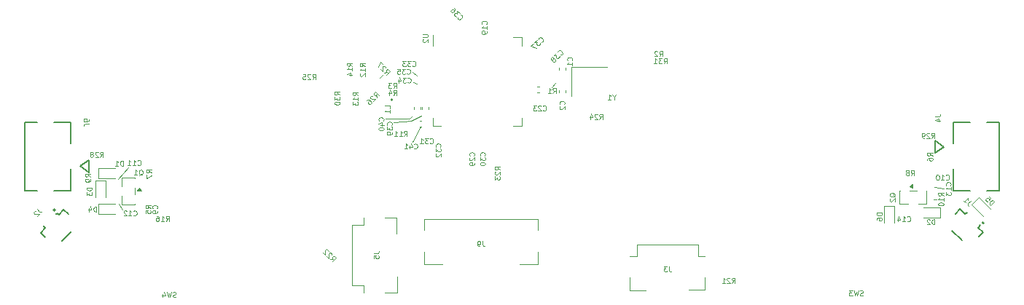
<source format=gbr>
%TF.GenerationSoftware,KiCad,Pcbnew,9.0.6-rc2*%
%TF.CreationDate,2025-11-19T00:49:40-08:00*%
%TF.ProjectId,Latte_Main_Board,4c617474-655f-44d6-9169-6e5f426f6172,rev?*%
%TF.SameCoordinates,Original*%
%TF.FileFunction,Legend,Bot*%
%TF.FilePolarity,Positive*%
%FSLAX46Y46*%
G04 Gerber Fmt 4.6, Leading zero omitted, Abs format (unit mm)*
G04 Created by KiCad (PCBNEW 9.0.6-rc2) date 2025-11-19 00:49:40*
%MOMM*%
%LPD*%
G01*
G04 APERTURE LIST*
%ADD10C,0.100000*%
%ADD11C,0.120000*%
%ADD12C,0.152400*%
%ADD13C,0.191421*%
%ADD14C,0.127000*%
%ADD15C,0.200000*%
G04 APERTURE END LIST*
D10*
X61468000Y-51181000D02*
X64312800Y-51155600D01*
X30911800Y-61747400D02*
X30539037Y-61053047D01*
X64671279Y-46925107D02*
X65100200Y-47091600D01*
X80822800Y-47498000D02*
X81251555Y-47029699D01*
X126390400Y-59309000D02*
X125247161Y-59164231D01*
X31572200Y-56845200D02*
X30454600Y-58166000D01*
X61239400Y-46050200D02*
X60782200Y-46405800D01*
X64643000Y-53873400D02*
X65565606Y-52136348D01*
X65659000Y-50849677D02*
X64473628Y-51416828D01*
X64592272Y-45779518D02*
X65151000Y-46151800D01*
X64312800Y-51155600D02*
X64668322Y-50849677D01*
X125501400Y-60579000D02*
X125170977Y-60569412D01*
X64473628Y-51416828D02*
X62425112Y-51577662D01*
D11*
X34935988Y-61622000D02*
X34964560Y-61593428D01*
X34964560Y-61593428D02*
X34993131Y-61507714D01*
X34993131Y-61507714D02*
X34993131Y-61450571D01*
X34993131Y-61450571D02*
X34964560Y-61364857D01*
X34964560Y-61364857D02*
X34907417Y-61307714D01*
X34907417Y-61307714D02*
X34850274Y-61279143D01*
X34850274Y-61279143D02*
X34735988Y-61250571D01*
X34735988Y-61250571D02*
X34650274Y-61250571D01*
X34650274Y-61250571D02*
X34535988Y-61279143D01*
X34535988Y-61279143D02*
X34478845Y-61307714D01*
X34478845Y-61307714D02*
X34421702Y-61364857D01*
X34421702Y-61364857D02*
X34393131Y-61450571D01*
X34393131Y-61450571D02*
X34393131Y-61507714D01*
X34393131Y-61507714D02*
X34421702Y-61593428D01*
X34421702Y-61593428D02*
X34450274Y-61622000D01*
X34993131Y-61907714D02*
X34993131Y-62022000D01*
X34993131Y-62022000D02*
X34964560Y-62079143D01*
X34964560Y-62079143D02*
X34935988Y-62107714D01*
X34935988Y-62107714D02*
X34850274Y-62164857D01*
X34850274Y-62164857D02*
X34735988Y-62193428D01*
X34735988Y-62193428D02*
X34507417Y-62193428D01*
X34507417Y-62193428D02*
X34450274Y-62164857D01*
X34450274Y-62164857D02*
X34421702Y-62136286D01*
X34421702Y-62136286D02*
X34393131Y-62079143D01*
X34393131Y-62079143D02*
X34393131Y-61964857D01*
X34393131Y-61964857D02*
X34421702Y-61907714D01*
X34421702Y-61907714D02*
X34450274Y-61879143D01*
X34450274Y-61879143D02*
X34507417Y-61850571D01*
X34507417Y-61850571D02*
X34650274Y-61850571D01*
X34650274Y-61850571D02*
X34707417Y-61879143D01*
X34707417Y-61879143D02*
X34735988Y-61907714D01*
X34735988Y-61907714D02*
X34764560Y-61964857D01*
X34764560Y-61964857D02*
X34764560Y-62079143D01*
X34764560Y-62079143D02*
X34735988Y-62136286D01*
X34735988Y-62136286D02*
X34707417Y-62164857D01*
X34707417Y-62164857D02*
X34650274Y-62193428D01*
X126598314Y-58253188D02*
X126626886Y-58281760D01*
X126626886Y-58281760D02*
X126712600Y-58310331D01*
X126712600Y-58310331D02*
X126769743Y-58310331D01*
X126769743Y-58310331D02*
X126855457Y-58281760D01*
X126855457Y-58281760D02*
X126912600Y-58224617D01*
X126912600Y-58224617D02*
X126941171Y-58167474D01*
X126941171Y-58167474D02*
X126969743Y-58053188D01*
X126969743Y-58053188D02*
X126969743Y-57967474D01*
X126969743Y-57967474D02*
X126941171Y-57853188D01*
X126941171Y-57853188D02*
X126912600Y-57796045D01*
X126912600Y-57796045D02*
X126855457Y-57738902D01*
X126855457Y-57738902D02*
X126769743Y-57710331D01*
X126769743Y-57710331D02*
X126712600Y-57710331D01*
X126712600Y-57710331D02*
X126626886Y-57738902D01*
X126626886Y-57738902D02*
X126598314Y-57767474D01*
X126026886Y-58310331D02*
X126369743Y-58310331D01*
X126198314Y-58310331D02*
X126198314Y-57710331D01*
X126198314Y-57710331D02*
X126255457Y-57796045D01*
X126255457Y-57796045D02*
X126312600Y-57853188D01*
X126312600Y-57853188D02*
X126369743Y-57881760D01*
X125655457Y-57710331D02*
X125598314Y-57710331D01*
X125598314Y-57710331D02*
X125541171Y-57738902D01*
X125541171Y-57738902D02*
X125512600Y-57767474D01*
X125512600Y-57767474D02*
X125484028Y-57824617D01*
X125484028Y-57824617D02*
X125455457Y-57938902D01*
X125455457Y-57938902D02*
X125455457Y-58081760D01*
X125455457Y-58081760D02*
X125484028Y-58196045D01*
X125484028Y-58196045D02*
X125512600Y-58253188D01*
X125512600Y-58253188D02*
X125541171Y-58281760D01*
X125541171Y-58281760D02*
X125598314Y-58310331D01*
X125598314Y-58310331D02*
X125655457Y-58310331D01*
X125655457Y-58310331D02*
X125712600Y-58281760D01*
X125712600Y-58281760D02*
X125741171Y-58253188D01*
X125741171Y-58253188D02*
X125769742Y-58196045D01*
X125769742Y-58196045D02*
X125798314Y-58081760D01*
X125798314Y-58081760D02*
X125798314Y-57938902D01*
X125798314Y-57938902D02*
X125769742Y-57824617D01*
X125769742Y-57824617D02*
X125741171Y-57767474D01*
X125741171Y-57767474D02*
X125712600Y-57738902D01*
X125712600Y-57738902D02*
X125655457Y-57710331D01*
X32694514Y-56551388D02*
X32723086Y-56579960D01*
X32723086Y-56579960D02*
X32808800Y-56608531D01*
X32808800Y-56608531D02*
X32865943Y-56608531D01*
X32865943Y-56608531D02*
X32951657Y-56579960D01*
X32951657Y-56579960D02*
X33008800Y-56522817D01*
X33008800Y-56522817D02*
X33037371Y-56465674D01*
X33037371Y-56465674D02*
X33065943Y-56351388D01*
X33065943Y-56351388D02*
X33065943Y-56265674D01*
X33065943Y-56265674D02*
X33037371Y-56151388D01*
X33037371Y-56151388D02*
X33008800Y-56094245D01*
X33008800Y-56094245D02*
X32951657Y-56037102D01*
X32951657Y-56037102D02*
X32865943Y-56008531D01*
X32865943Y-56008531D02*
X32808800Y-56008531D01*
X32808800Y-56008531D02*
X32723086Y-56037102D01*
X32723086Y-56037102D02*
X32694514Y-56065674D01*
X32123086Y-56608531D02*
X32465943Y-56608531D01*
X32294514Y-56608531D02*
X32294514Y-56008531D01*
X32294514Y-56008531D02*
X32351657Y-56094245D01*
X32351657Y-56094245D02*
X32408800Y-56151388D01*
X32408800Y-56151388D02*
X32465943Y-56179960D01*
X31551657Y-56608531D02*
X31894514Y-56608531D01*
X31723085Y-56608531D02*
X31723085Y-56008531D01*
X31723085Y-56008531D02*
X31780228Y-56094245D01*
X31780228Y-56094245D02*
X31837371Y-56151388D01*
X31837371Y-56151388D02*
X31894514Y-56179960D01*
X32211914Y-62418788D02*
X32240486Y-62447360D01*
X32240486Y-62447360D02*
X32326200Y-62475931D01*
X32326200Y-62475931D02*
X32383343Y-62475931D01*
X32383343Y-62475931D02*
X32469057Y-62447360D01*
X32469057Y-62447360D02*
X32526200Y-62390217D01*
X32526200Y-62390217D02*
X32554771Y-62333074D01*
X32554771Y-62333074D02*
X32583343Y-62218788D01*
X32583343Y-62218788D02*
X32583343Y-62133074D01*
X32583343Y-62133074D02*
X32554771Y-62018788D01*
X32554771Y-62018788D02*
X32526200Y-61961645D01*
X32526200Y-61961645D02*
X32469057Y-61904502D01*
X32469057Y-61904502D02*
X32383343Y-61875931D01*
X32383343Y-61875931D02*
X32326200Y-61875931D01*
X32326200Y-61875931D02*
X32240486Y-61904502D01*
X32240486Y-61904502D02*
X32211914Y-61933074D01*
X31640486Y-62475931D02*
X31983343Y-62475931D01*
X31811914Y-62475931D02*
X31811914Y-61875931D01*
X31811914Y-61875931D02*
X31869057Y-61961645D01*
X31869057Y-61961645D02*
X31926200Y-62018788D01*
X31926200Y-62018788D02*
X31983343Y-62047360D01*
X31411914Y-61933074D02*
X31383342Y-61904502D01*
X31383342Y-61904502D02*
X31326200Y-61875931D01*
X31326200Y-61875931D02*
X31183342Y-61875931D01*
X31183342Y-61875931D02*
X31126200Y-61904502D01*
X31126200Y-61904502D02*
X31097628Y-61933074D01*
X31097628Y-61933074D02*
X31069057Y-61990217D01*
X31069057Y-61990217D02*
X31069057Y-62047360D01*
X31069057Y-62047360D02*
X31097628Y-62133074D01*
X31097628Y-62133074D02*
X31440485Y-62475931D01*
X31440485Y-62475931D02*
X31069057Y-62475931D01*
X127112588Y-58948685D02*
X127141160Y-58920113D01*
X127141160Y-58920113D02*
X127169731Y-58834399D01*
X127169731Y-58834399D02*
X127169731Y-58777256D01*
X127169731Y-58777256D02*
X127141160Y-58691542D01*
X127141160Y-58691542D02*
X127084017Y-58634399D01*
X127084017Y-58634399D02*
X127026874Y-58605828D01*
X127026874Y-58605828D02*
X126912588Y-58577256D01*
X126912588Y-58577256D02*
X126826874Y-58577256D01*
X126826874Y-58577256D02*
X126712588Y-58605828D01*
X126712588Y-58605828D02*
X126655445Y-58634399D01*
X126655445Y-58634399D02*
X126598302Y-58691542D01*
X126598302Y-58691542D02*
X126569731Y-58777256D01*
X126569731Y-58777256D02*
X126569731Y-58834399D01*
X126569731Y-58834399D02*
X126598302Y-58920113D01*
X126598302Y-58920113D02*
X126626874Y-58948685D01*
X127169731Y-59520113D02*
X127169731Y-59177256D01*
X127169731Y-59348685D02*
X126569731Y-59348685D01*
X126569731Y-59348685D02*
X126655445Y-59291542D01*
X126655445Y-59291542D02*
X126712588Y-59234399D01*
X126712588Y-59234399D02*
X126741160Y-59177256D01*
X126569731Y-59720114D02*
X126569731Y-60091542D01*
X126569731Y-60091542D02*
X126798302Y-59891542D01*
X126798302Y-59891542D02*
X126798302Y-59977257D01*
X126798302Y-59977257D02*
X126826874Y-60034400D01*
X126826874Y-60034400D02*
X126855445Y-60062971D01*
X126855445Y-60062971D02*
X126912588Y-60091542D01*
X126912588Y-60091542D02*
X127055445Y-60091542D01*
X127055445Y-60091542D02*
X127112588Y-60062971D01*
X127112588Y-60062971D02*
X127141160Y-60034400D01*
X127141160Y-60034400D02*
X127169731Y-59977257D01*
X127169731Y-59977257D02*
X127169731Y-59805828D01*
X127169731Y-59805828D02*
X127141160Y-59748685D01*
X127141160Y-59748685D02*
X127112588Y-59720114D01*
X122077114Y-63079188D02*
X122105686Y-63107760D01*
X122105686Y-63107760D02*
X122191400Y-63136331D01*
X122191400Y-63136331D02*
X122248543Y-63136331D01*
X122248543Y-63136331D02*
X122334257Y-63107760D01*
X122334257Y-63107760D02*
X122391400Y-63050617D01*
X122391400Y-63050617D02*
X122419971Y-62993474D01*
X122419971Y-62993474D02*
X122448543Y-62879188D01*
X122448543Y-62879188D02*
X122448543Y-62793474D01*
X122448543Y-62793474D02*
X122419971Y-62679188D01*
X122419971Y-62679188D02*
X122391400Y-62622045D01*
X122391400Y-62622045D02*
X122334257Y-62564902D01*
X122334257Y-62564902D02*
X122248543Y-62536331D01*
X122248543Y-62536331D02*
X122191400Y-62536331D01*
X122191400Y-62536331D02*
X122105686Y-62564902D01*
X122105686Y-62564902D02*
X122077114Y-62593474D01*
X121505686Y-63136331D02*
X121848543Y-63136331D01*
X121677114Y-63136331D02*
X121677114Y-62536331D01*
X121677114Y-62536331D02*
X121734257Y-62622045D01*
X121734257Y-62622045D02*
X121791400Y-62679188D01*
X121791400Y-62679188D02*
X121848543Y-62707760D01*
X120991400Y-62736331D02*
X120991400Y-63136331D01*
X121134257Y-62507760D02*
X121277114Y-62936331D01*
X121277114Y-62936331D02*
X120905685Y-62936331D01*
X73196988Y-40178085D02*
X73225560Y-40149513D01*
X73225560Y-40149513D02*
X73254131Y-40063799D01*
X73254131Y-40063799D02*
X73254131Y-40006656D01*
X73254131Y-40006656D02*
X73225560Y-39920942D01*
X73225560Y-39920942D02*
X73168417Y-39863799D01*
X73168417Y-39863799D02*
X73111274Y-39835228D01*
X73111274Y-39835228D02*
X72996988Y-39806656D01*
X72996988Y-39806656D02*
X72911274Y-39806656D01*
X72911274Y-39806656D02*
X72796988Y-39835228D01*
X72796988Y-39835228D02*
X72739845Y-39863799D01*
X72739845Y-39863799D02*
X72682702Y-39920942D01*
X72682702Y-39920942D02*
X72654131Y-40006656D01*
X72654131Y-40006656D02*
X72654131Y-40063799D01*
X72654131Y-40063799D02*
X72682702Y-40149513D01*
X72682702Y-40149513D02*
X72711274Y-40178085D01*
X73254131Y-40749513D02*
X73254131Y-40406656D01*
X73254131Y-40578085D02*
X72654131Y-40578085D01*
X72654131Y-40578085D02*
X72739845Y-40520942D01*
X72739845Y-40520942D02*
X72796988Y-40463799D01*
X72796988Y-40463799D02*
X72825560Y-40406656D01*
X73254131Y-41035228D02*
X73254131Y-41149514D01*
X73254131Y-41149514D02*
X73225560Y-41206657D01*
X73225560Y-41206657D02*
X73196988Y-41235228D01*
X73196988Y-41235228D02*
X73111274Y-41292371D01*
X73111274Y-41292371D02*
X72996988Y-41320942D01*
X72996988Y-41320942D02*
X72768417Y-41320942D01*
X72768417Y-41320942D02*
X72711274Y-41292371D01*
X72711274Y-41292371D02*
X72682702Y-41263800D01*
X72682702Y-41263800D02*
X72654131Y-41206657D01*
X72654131Y-41206657D02*
X72654131Y-41092371D01*
X72654131Y-41092371D02*
X72682702Y-41035228D01*
X72682702Y-41035228D02*
X72711274Y-41006657D01*
X72711274Y-41006657D02*
X72768417Y-40978085D01*
X72768417Y-40978085D02*
X72911274Y-40978085D01*
X72911274Y-40978085D02*
X72968417Y-41006657D01*
X72968417Y-41006657D02*
X72996988Y-41035228D01*
X72996988Y-41035228D02*
X73025560Y-41092371D01*
X73025560Y-41092371D02*
X73025560Y-41206657D01*
X73025560Y-41206657D02*
X72996988Y-41263800D01*
X72996988Y-41263800D02*
X72968417Y-41292371D01*
X72968417Y-41292371D02*
X72911274Y-41320942D01*
X71765988Y-55468885D02*
X71794560Y-55440313D01*
X71794560Y-55440313D02*
X71823131Y-55354599D01*
X71823131Y-55354599D02*
X71823131Y-55297456D01*
X71823131Y-55297456D02*
X71794560Y-55211742D01*
X71794560Y-55211742D02*
X71737417Y-55154599D01*
X71737417Y-55154599D02*
X71680274Y-55126028D01*
X71680274Y-55126028D02*
X71565988Y-55097456D01*
X71565988Y-55097456D02*
X71480274Y-55097456D01*
X71480274Y-55097456D02*
X71365988Y-55126028D01*
X71365988Y-55126028D02*
X71308845Y-55154599D01*
X71308845Y-55154599D02*
X71251702Y-55211742D01*
X71251702Y-55211742D02*
X71223131Y-55297456D01*
X71223131Y-55297456D02*
X71223131Y-55354599D01*
X71223131Y-55354599D02*
X71251702Y-55440313D01*
X71251702Y-55440313D02*
X71280274Y-55468885D01*
X71280274Y-55697456D02*
X71251702Y-55726028D01*
X71251702Y-55726028D02*
X71223131Y-55783171D01*
X71223131Y-55783171D02*
X71223131Y-55926028D01*
X71223131Y-55926028D02*
X71251702Y-55983171D01*
X71251702Y-55983171D02*
X71280274Y-56011742D01*
X71280274Y-56011742D02*
X71337417Y-56040313D01*
X71337417Y-56040313D02*
X71394560Y-56040313D01*
X71394560Y-56040313D02*
X71480274Y-56011742D01*
X71480274Y-56011742D02*
X71823131Y-55668885D01*
X71823131Y-55668885D02*
X71823131Y-56040313D01*
X71823131Y-56326028D02*
X71823131Y-56440314D01*
X71823131Y-56440314D02*
X71794560Y-56497457D01*
X71794560Y-56497457D02*
X71765988Y-56526028D01*
X71765988Y-56526028D02*
X71680274Y-56583171D01*
X71680274Y-56583171D02*
X71565988Y-56611742D01*
X71565988Y-56611742D02*
X71337417Y-56611742D01*
X71337417Y-56611742D02*
X71280274Y-56583171D01*
X71280274Y-56583171D02*
X71251702Y-56554600D01*
X71251702Y-56554600D02*
X71223131Y-56497457D01*
X71223131Y-56497457D02*
X71223131Y-56383171D01*
X71223131Y-56383171D02*
X71251702Y-56326028D01*
X71251702Y-56326028D02*
X71280274Y-56297457D01*
X71280274Y-56297457D02*
X71337417Y-56268885D01*
X71337417Y-56268885D02*
X71480274Y-56268885D01*
X71480274Y-56268885D02*
X71537417Y-56297457D01*
X71537417Y-56297457D02*
X71565988Y-56326028D01*
X71565988Y-56326028D02*
X71594560Y-56383171D01*
X71594560Y-56383171D02*
X71594560Y-56497457D01*
X71594560Y-56497457D02*
X71565988Y-56554600D01*
X71565988Y-56554600D02*
X71537417Y-56583171D01*
X71537417Y-56583171D02*
X71480274Y-56611742D01*
X73010588Y-55468885D02*
X73039160Y-55440313D01*
X73039160Y-55440313D02*
X73067731Y-55354599D01*
X73067731Y-55354599D02*
X73067731Y-55297456D01*
X73067731Y-55297456D02*
X73039160Y-55211742D01*
X73039160Y-55211742D02*
X72982017Y-55154599D01*
X72982017Y-55154599D02*
X72924874Y-55126028D01*
X72924874Y-55126028D02*
X72810588Y-55097456D01*
X72810588Y-55097456D02*
X72724874Y-55097456D01*
X72724874Y-55097456D02*
X72610588Y-55126028D01*
X72610588Y-55126028D02*
X72553445Y-55154599D01*
X72553445Y-55154599D02*
X72496302Y-55211742D01*
X72496302Y-55211742D02*
X72467731Y-55297456D01*
X72467731Y-55297456D02*
X72467731Y-55354599D01*
X72467731Y-55354599D02*
X72496302Y-55440313D01*
X72496302Y-55440313D02*
X72524874Y-55468885D01*
X72467731Y-55668885D02*
X72467731Y-56040313D01*
X72467731Y-56040313D02*
X72696302Y-55840313D01*
X72696302Y-55840313D02*
X72696302Y-55926028D01*
X72696302Y-55926028D02*
X72724874Y-55983171D01*
X72724874Y-55983171D02*
X72753445Y-56011742D01*
X72753445Y-56011742D02*
X72810588Y-56040313D01*
X72810588Y-56040313D02*
X72953445Y-56040313D01*
X72953445Y-56040313D02*
X73010588Y-56011742D01*
X73010588Y-56011742D02*
X73039160Y-55983171D01*
X73039160Y-55983171D02*
X73067731Y-55926028D01*
X73067731Y-55926028D02*
X73067731Y-55754599D01*
X73067731Y-55754599D02*
X73039160Y-55697456D01*
X73039160Y-55697456D02*
X73010588Y-55668885D01*
X72467731Y-56411742D02*
X72467731Y-56468885D01*
X72467731Y-56468885D02*
X72496302Y-56526028D01*
X72496302Y-56526028D02*
X72524874Y-56554600D01*
X72524874Y-56554600D02*
X72582017Y-56583171D01*
X72582017Y-56583171D02*
X72696302Y-56611742D01*
X72696302Y-56611742D02*
X72839160Y-56611742D01*
X72839160Y-56611742D02*
X72953445Y-56583171D01*
X72953445Y-56583171D02*
X73010588Y-56554600D01*
X73010588Y-56554600D02*
X73039160Y-56526028D01*
X73039160Y-56526028D02*
X73067731Y-56468885D01*
X73067731Y-56468885D02*
X73067731Y-56411742D01*
X73067731Y-56411742D02*
X73039160Y-56354600D01*
X73039160Y-56354600D02*
X73010588Y-56326028D01*
X73010588Y-56326028D02*
X72953445Y-56297457D01*
X72953445Y-56297457D02*
X72839160Y-56268885D01*
X72839160Y-56268885D02*
X72696302Y-56268885D01*
X72696302Y-56268885D02*
X72582017Y-56297457D01*
X72582017Y-56297457D02*
X72524874Y-56326028D01*
X72524874Y-56326028D02*
X72496302Y-56354600D01*
X72496302Y-56354600D02*
X72467731Y-56411742D01*
X66654314Y-54011388D02*
X66682886Y-54039960D01*
X66682886Y-54039960D02*
X66768600Y-54068531D01*
X66768600Y-54068531D02*
X66825743Y-54068531D01*
X66825743Y-54068531D02*
X66911457Y-54039960D01*
X66911457Y-54039960D02*
X66968600Y-53982817D01*
X66968600Y-53982817D02*
X66997171Y-53925674D01*
X66997171Y-53925674D02*
X67025743Y-53811388D01*
X67025743Y-53811388D02*
X67025743Y-53725674D01*
X67025743Y-53725674D02*
X66997171Y-53611388D01*
X66997171Y-53611388D02*
X66968600Y-53554245D01*
X66968600Y-53554245D02*
X66911457Y-53497102D01*
X66911457Y-53497102D02*
X66825743Y-53468531D01*
X66825743Y-53468531D02*
X66768600Y-53468531D01*
X66768600Y-53468531D02*
X66682886Y-53497102D01*
X66682886Y-53497102D02*
X66654314Y-53525674D01*
X66454314Y-53468531D02*
X66082886Y-53468531D01*
X66082886Y-53468531D02*
X66282886Y-53697102D01*
X66282886Y-53697102D02*
X66197171Y-53697102D01*
X66197171Y-53697102D02*
X66140029Y-53725674D01*
X66140029Y-53725674D02*
X66111457Y-53754245D01*
X66111457Y-53754245D02*
X66082886Y-53811388D01*
X66082886Y-53811388D02*
X66082886Y-53954245D01*
X66082886Y-53954245D02*
X66111457Y-54011388D01*
X66111457Y-54011388D02*
X66140029Y-54039960D01*
X66140029Y-54039960D02*
X66197171Y-54068531D01*
X66197171Y-54068531D02*
X66368600Y-54068531D01*
X66368600Y-54068531D02*
X66425743Y-54039960D01*
X66425743Y-54039960D02*
X66454314Y-54011388D01*
X65511457Y-54068531D02*
X65854314Y-54068531D01*
X65682885Y-54068531D02*
X65682885Y-53468531D01*
X65682885Y-53468531D02*
X65740028Y-53554245D01*
X65740028Y-53554245D02*
X65797171Y-53611388D01*
X65797171Y-53611388D02*
X65854314Y-53639960D01*
X67854388Y-54452885D02*
X67882960Y-54424313D01*
X67882960Y-54424313D02*
X67911531Y-54338599D01*
X67911531Y-54338599D02*
X67911531Y-54281456D01*
X67911531Y-54281456D02*
X67882960Y-54195742D01*
X67882960Y-54195742D02*
X67825817Y-54138599D01*
X67825817Y-54138599D02*
X67768674Y-54110028D01*
X67768674Y-54110028D02*
X67654388Y-54081456D01*
X67654388Y-54081456D02*
X67568674Y-54081456D01*
X67568674Y-54081456D02*
X67454388Y-54110028D01*
X67454388Y-54110028D02*
X67397245Y-54138599D01*
X67397245Y-54138599D02*
X67340102Y-54195742D01*
X67340102Y-54195742D02*
X67311531Y-54281456D01*
X67311531Y-54281456D02*
X67311531Y-54338599D01*
X67311531Y-54338599D02*
X67340102Y-54424313D01*
X67340102Y-54424313D02*
X67368674Y-54452885D01*
X67311531Y-54652885D02*
X67311531Y-55024313D01*
X67311531Y-55024313D02*
X67540102Y-54824313D01*
X67540102Y-54824313D02*
X67540102Y-54910028D01*
X67540102Y-54910028D02*
X67568674Y-54967171D01*
X67568674Y-54967171D02*
X67597245Y-54995742D01*
X67597245Y-54995742D02*
X67654388Y-55024313D01*
X67654388Y-55024313D02*
X67797245Y-55024313D01*
X67797245Y-55024313D02*
X67854388Y-54995742D01*
X67854388Y-54995742D02*
X67882960Y-54967171D01*
X67882960Y-54967171D02*
X67911531Y-54910028D01*
X67911531Y-54910028D02*
X67911531Y-54738599D01*
X67911531Y-54738599D02*
X67882960Y-54681456D01*
X67882960Y-54681456D02*
X67854388Y-54652885D01*
X67368674Y-55252885D02*
X67340102Y-55281457D01*
X67340102Y-55281457D02*
X67311531Y-55338600D01*
X67311531Y-55338600D02*
X67311531Y-55481457D01*
X67311531Y-55481457D02*
X67340102Y-55538600D01*
X67340102Y-55538600D02*
X67368674Y-55567171D01*
X67368674Y-55567171D02*
X67425817Y-55595742D01*
X67425817Y-55595742D02*
X67482960Y-55595742D01*
X67482960Y-55595742D02*
X67568674Y-55567171D01*
X67568674Y-55567171D02*
X67911531Y-55224314D01*
X67911531Y-55224314D02*
X67911531Y-55595742D01*
X64622314Y-45019788D02*
X64650886Y-45048360D01*
X64650886Y-45048360D02*
X64736600Y-45076931D01*
X64736600Y-45076931D02*
X64793743Y-45076931D01*
X64793743Y-45076931D02*
X64879457Y-45048360D01*
X64879457Y-45048360D02*
X64936600Y-44991217D01*
X64936600Y-44991217D02*
X64965171Y-44934074D01*
X64965171Y-44934074D02*
X64993743Y-44819788D01*
X64993743Y-44819788D02*
X64993743Y-44734074D01*
X64993743Y-44734074D02*
X64965171Y-44619788D01*
X64965171Y-44619788D02*
X64936600Y-44562645D01*
X64936600Y-44562645D02*
X64879457Y-44505502D01*
X64879457Y-44505502D02*
X64793743Y-44476931D01*
X64793743Y-44476931D02*
X64736600Y-44476931D01*
X64736600Y-44476931D02*
X64650886Y-44505502D01*
X64650886Y-44505502D02*
X64622314Y-44534074D01*
X64422314Y-44476931D02*
X64050886Y-44476931D01*
X64050886Y-44476931D02*
X64250886Y-44705502D01*
X64250886Y-44705502D02*
X64165171Y-44705502D01*
X64165171Y-44705502D02*
X64108029Y-44734074D01*
X64108029Y-44734074D02*
X64079457Y-44762645D01*
X64079457Y-44762645D02*
X64050886Y-44819788D01*
X64050886Y-44819788D02*
X64050886Y-44962645D01*
X64050886Y-44962645D02*
X64079457Y-45019788D01*
X64079457Y-45019788D02*
X64108029Y-45048360D01*
X64108029Y-45048360D02*
X64165171Y-45076931D01*
X64165171Y-45076931D02*
X64336600Y-45076931D01*
X64336600Y-45076931D02*
X64393743Y-45048360D01*
X64393743Y-45048360D02*
X64422314Y-45019788D01*
X63850885Y-44476931D02*
X63479457Y-44476931D01*
X63479457Y-44476931D02*
X63679457Y-44705502D01*
X63679457Y-44705502D02*
X63593742Y-44705502D01*
X63593742Y-44705502D02*
X63536600Y-44734074D01*
X63536600Y-44734074D02*
X63508028Y-44762645D01*
X63508028Y-44762645D02*
X63479457Y-44819788D01*
X63479457Y-44819788D02*
X63479457Y-44962645D01*
X63479457Y-44962645D02*
X63508028Y-45019788D01*
X63508028Y-45019788D02*
X63536600Y-45048360D01*
X63536600Y-45048360D02*
X63593742Y-45076931D01*
X63593742Y-45076931D02*
X63765171Y-45076931D01*
X63765171Y-45076931D02*
X63822314Y-45048360D01*
X63822314Y-45048360D02*
X63850885Y-45019788D01*
X64063514Y-46950188D02*
X64092086Y-46978760D01*
X64092086Y-46978760D02*
X64177800Y-47007331D01*
X64177800Y-47007331D02*
X64234943Y-47007331D01*
X64234943Y-47007331D02*
X64320657Y-46978760D01*
X64320657Y-46978760D02*
X64377800Y-46921617D01*
X64377800Y-46921617D02*
X64406371Y-46864474D01*
X64406371Y-46864474D02*
X64434943Y-46750188D01*
X64434943Y-46750188D02*
X64434943Y-46664474D01*
X64434943Y-46664474D02*
X64406371Y-46550188D01*
X64406371Y-46550188D02*
X64377800Y-46493045D01*
X64377800Y-46493045D02*
X64320657Y-46435902D01*
X64320657Y-46435902D02*
X64234943Y-46407331D01*
X64234943Y-46407331D02*
X64177800Y-46407331D01*
X64177800Y-46407331D02*
X64092086Y-46435902D01*
X64092086Y-46435902D02*
X64063514Y-46464474D01*
X63863514Y-46407331D02*
X63492086Y-46407331D01*
X63492086Y-46407331D02*
X63692086Y-46635902D01*
X63692086Y-46635902D02*
X63606371Y-46635902D01*
X63606371Y-46635902D02*
X63549229Y-46664474D01*
X63549229Y-46664474D02*
X63520657Y-46693045D01*
X63520657Y-46693045D02*
X63492086Y-46750188D01*
X63492086Y-46750188D02*
X63492086Y-46893045D01*
X63492086Y-46893045D02*
X63520657Y-46950188D01*
X63520657Y-46950188D02*
X63549229Y-46978760D01*
X63549229Y-46978760D02*
X63606371Y-47007331D01*
X63606371Y-47007331D02*
X63777800Y-47007331D01*
X63777800Y-47007331D02*
X63834943Y-46978760D01*
X63834943Y-46978760D02*
X63863514Y-46950188D01*
X62977800Y-46607331D02*
X62977800Y-47007331D01*
X63120657Y-46378760D02*
X63263514Y-46807331D01*
X63263514Y-46807331D02*
X62892085Y-46807331D01*
X63987314Y-45934188D02*
X64015886Y-45962760D01*
X64015886Y-45962760D02*
X64101600Y-45991331D01*
X64101600Y-45991331D02*
X64158743Y-45991331D01*
X64158743Y-45991331D02*
X64244457Y-45962760D01*
X64244457Y-45962760D02*
X64301600Y-45905617D01*
X64301600Y-45905617D02*
X64330171Y-45848474D01*
X64330171Y-45848474D02*
X64358743Y-45734188D01*
X64358743Y-45734188D02*
X64358743Y-45648474D01*
X64358743Y-45648474D02*
X64330171Y-45534188D01*
X64330171Y-45534188D02*
X64301600Y-45477045D01*
X64301600Y-45477045D02*
X64244457Y-45419902D01*
X64244457Y-45419902D02*
X64158743Y-45391331D01*
X64158743Y-45391331D02*
X64101600Y-45391331D01*
X64101600Y-45391331D02*
X64015886Y-45419902D01*
X64015886Y-45419902D02*
X63987314Y-45448474D01*
X63787314Y-45391331D02*
X63415886Y-45391331D01*
X63415886Y-45391331D02*
X63615886Y-45619902D01*
X63615886Y-45619902D02*
X63530171Y-45619902D01*
X63530171Y-45619902D02*
X63473029Y-45648474D01*
X63473029Y-45648474D02*
X63444457Y-45677045D01*
X63444457Y-45677045D02*
X63415886Y-45734188D01*
X63415886Y-45734188D02*
X63415886Y-45877045D01*
X63415886Y-45877045D02*
X63444457Y-45934188D01*
X63444457Y-45934188D02*
X63473029Y-45962760D01*
X63473029Y-45962760D02*
X63530171Y-45991331D01*
X63530171Y-45991331D02*
X63701600Y-45991331D01*
X63701600Y-45991331D02*
X63758743Y-45962760D01*
X63758743Y-45962760D02*
X63787314Y-45934188D01*
X62873028Y-45391331D02*
X63158742Y-45391331D01*
X63158742Y-45391331D02*
X63187314Y-45677045D01*
X63187314Y-45677045D02*
X63158742Y-45648474D01*
X63158742Y-45648474D02*
X63101600Y-45619902D01*
X63101600Y-45619902D02*
X62958742Y-45619902D01*
X62958742Y-45619902D02*
X62901600Y-45648474D01*
X62901600Y-45648474D02*
X62873028Y-45677045D01*
X62873028Y-45677045D02*
X62844457Y-45734188D01*
X62844457Y-45734188D02*
X62844457Y-45877045D01*
X62844457Y-45877045D02*
X62873028Y-45934188D01*
X62873028Y-45934188D02*
X62901600Y-45962760D01*
X62901600Y-45962760D02*
X62958742Y-45991331D01*
X62958742Y-45991331D02*
X63101600Y-45991331D01*
X63101600Y-45991331D02*
X63158742Y-45962760D01*
X63158742Y-45962760D02*
X63187314Y-45934188D01*
X69850149Y-39432733D02*
X69850149Y-39473139D01*
X69850149Y-39473139D02*
X69890555Y-39553951D01*
X69890555Y-39553951D02*
X69930961Y-39594358D01*
X69930961Y-39594358D02*
X70011773Y-39634764D01*
X70011773Y-39634764D02*
X70092585Y-39634764D01*
X70092585Y-39634764D02*
X70153195Y-39614561D01*
X70153195Y-39614561D02*
X70254210Y-39553951D01*
X70254210Y-39553951D02*
X70314819Y-39493342D01*
X70314819Y-39493342D02*
X70375428Y-39392327D01*
X70375428Y-39392327D02*
X70395631Y-39331718D01*
X70395631Y-39331718D02*
X70395631Y-39250906D01*
X70395631Y-39250906D02*
X70355225Y-39170094D01*
X70355225Y-39170094D02*
X70314819Y-39129687D01*
X70314819Y-39129687D02*
X70234007Y-39089281D01*
X70234007Y-39089281D02*
X70193601Y-39089281D01*
X70092585Y-38907454D02*
X69829946Y-38644814D01*
X69829946Y-38644814D02*
X69809743Y-38947860D01*
X69809743Y-38947860D02*
X69749134Y-38887251D01*
X69749134Y-38887251D02*
X69688524Y-38867048D01*
X69688524Y-38867048D02*
X69648118Y-38867048D01*
X69648118Y-38867048D02*
X69587509Y-38887251D01*
X69587509Y-38887251D02*
X69486494Y-38988266D01*
X69486494Y-38988266D02*
X69466291Y-39048875D01*
X69466291Y-39048875D02*
X69466291Y-39089281D01*
X69466291Y-39089281D02*
X69486494Y-39149890D01*
X69486494Y-39149890D02*
X69607712Y-39271109D01*
X69607712Y-39271109D02*
X69668321Y-39291312D01*
X69668321Y-39291312D02*
X69708727Y-39291312D01*
X69466291Y-38281159D02*
X69547103Y-38361971D01*
X69547103Y-38361971D02*
X69567306Y-38422580D01*
X69567306Y-38422580D02*
X69567306Y-38462986D01*
X69567306Y-38462986D02*
X69547103Y-38564002D01*
X69547103Y-38564002D02*
X69486494Y-38665017D01*
X69486494Y-38665017D02*
X69324869Y-38826641D01*
X69324869Y-38826641D02*
X69264260Y-38846844D01*
X69264260Y-38846844D02*
X69223854Y-38846844D01*
X69223854Y-38846844D02*
X69163245Y-38826641D01*
X69163245Y-38826641D02*
X69082433Y-38745829D01*
X69082433Y-38745829D02*
X69062230Y-38685220D01*
X69062230Y-38685220D02*
X69062230Y-38644814D01*
X69062230Y-38644814D02*
X69082433Y-38584205D01*
X69082433Y-38584205D02*
X69183448Y-38483189D01*
X69183448Y-38483189D02*
X69244057Y-38462986D01*
X69244057Y-38462986D02*
X69284463Y-38462986D01*
X69284463Y-38462986D02*
X69345072Y-38483189D01*
X69345072Y-38483189D02*
X69425884Y-38564002D01*
X69425884Y-38564002D02*
X69446087Y-38624611D01*
X69446087Y-38624611D02*
X69446087Y-38665017D01*
X69446087Y-38665017D02*
X69425884Y-38725626D01*
X79595994Y-42271312D02*
X79636400Y-42271312D01*
X79636400Y-42271312D02*
X79717212Y-42230906D01*
X79717212Y-42230906D02*
X79757619Y-42190500D01*
X79757619Y-42190500D02*
X79798025Y-42109688D01*
X79798025Y-42109688D02*
X79798025Y-42028876D01*
X79798025Y-42028876D02*
X79777822Y-41968266D01*
X79777822Y-41968266D02*
X79717212Y-41867251D01*
X79717212Y-41867251D02*
X79656603Y-41806642D01*
X79656603Y-41806642D02*
X79555588Y-41746033D01*
X79555588Y-41746033D02*
X79494979Y-41725830D01*
X79494979Y-41725830D02*
X79414167Y-41725830D01*
X79414167Y-41725830D02*
X79333355Y-41766236D01*
X79333355Y-41766236D02*
X79292948Y-41806642D01*
X79292948Y-41806642D02*
X79252542Y-41887454D01*
X79252542Y-41887454D02*
X79252542Y-41927860D01*
X79070715Y-42028876D02*
X78808075Y-42291515D01*
X78808075Y-42291515D02*
X79111121Y-42311718D01*
X79111121Y-42311718D02*
X79050512Y-42372327D01*
X79050512Y-42372327D02*
X79030309Y-42432937D01*
X79030309Y-42432937D02*
X79030309Y-42473343D01*
X79030309Y-42473343D02*
X79050512Y-42533952D01*
X79050512Y-42533952D02*
X79151527Y-42634967D01*
X79151527Y-42634967D02*
X79212136Y-42655170D01*
X79212136Y-42655170D02*
X79252542Y-42655170D01*
X79252542Y-42655170D02*
X79313151Y-42634967D01*
X79313151Y-42634967D02*
X79434370Y-42513749D01*
X79434370Y-42513749D02*
X79454573Y-42453140D01*
X79454573Y-42453140D02*
X79454573Y-42412734D01*
X78666654Y-42432937D02*
X78383811Y-42715780D01*
X78383811Y-42715780D02*
X78989902Y-42958216D01*
X81831195Y-43769912D02*
X81871601Y-43769912D01*
X81871601Y-43769912D02*
X81952413Y-43729506D01*
X81952413Y-43729506D02*
X81992820Y-43689100D01*
X81992820Y-43689100D02*
X82033226Y-43608288D01*
X82033226Y-43608288D02*
X82033226Y-43527476D01*
X82033226Y-43527476D02*
X82013023Y-43466866D01*
X82013023Y-43466866D02*
X81952413Y-43365851D01*
X81952413Y-43365851D02*
X81891804Y-43305242D01*
X81891804Y-43305242D02*
X81790789Y-43244633D01*
X81790789Y-43244633D02*
X81730180Y-43224430D01*
X81730180Y-43224430D02*
X81649368Y-43224430D01*
X81649368Y-43224430D02*
X81568556Y-43264836D01*
X81568556Y-43264836D02*
X81528149Y-43305242D01*
X81528149Y-43305242D02*
X81487743Y-43386054D01*
X81487743Y-43386054D02*
X81487743Y-43426460D01*
X81305916Y-43527476D02*
X81043276Y-43790115D01*
X81043276Y-43790115D02*
X81346322Y-43810318D01*
X81346322Y-43810318D02*
X81285713Y-43870927D01*
X81285713Y-43870927D02*
X81265510Y-43931537D01*
X81265510Y-43931537D02*
X81265510Y-43971943D01*
X81265510Y-43971943D02*
X81285713Y-44032552D01*
X81285713Y-44032552D02*
X81386728Y-44133567D01*
X81386728Y-44133567D02*
X81447337Y-44153770D01*
X81447337Y-44153770D02*
X81487743Y-44153770D01*
X81487743Y-44153770D02*
X81548352Y-44133567D01*
X81548352Y-44133567D02*
X81669571Y-44012349D01*
X81669571Y-44012349D02*
X81689774Y-43951740D01*
X81689774Y-43951740D02*
X81689774Y-43911334D01*
X80982667Y-44214380D02*
X81002870Y-44153770D01*
X81002870Y-44153770D02*
X81002870Y-44113364D01*
X81002870Y-44113364D02*
X80982667Y-44052755D01*
X80982667Y-44052755D02*
X80962464Y-44032552D01*
X80962464Y-44032552D02*
X80901855Y-44012349D01*
X80901855Y-44012349D02*
X80861448Y-44012349D01*
X80861448Y-44012349D02*
X80800839Y-44032552D01*
X80800839Y-44032552D02*
X80720027Y-44113364D01*
X80720027Y-44113364D02*
X80699824Y-44173974D01*
X80699824Y-44173974D02*
X80699824Y-44214380D01*
X80699824Y-44214380D02*
X80720027Y-44274989D01*
X80720027Y-44274989D02*
X80740230Y-44295192D01*
X80740230Y-44295192D02*
X80800839Y-44315395D01*
X80800839Y-44315395D02*
X80841245Y-44315395D01*
X80841245Y-44315395D02*
X80901855Y-44295192D01*
X80901855Y-44295192D02*
X80982667Y-44214380D01*
X80982667Y-44214380D02*
X81043276Y-44194177D01*
X81043276Y-44194177D02*
X81083682Y-44194177D01*
X81083682Y-44194177D02*
X81144291Y-44214380D01*
X81144291Y-44214380D02*
X81225103Y-44295192D01*
X81225103Y-44295192D02*
X81245306Y-44355801D01*
X81245306Y-44355801D02*
X81245306Y-44396207D01*
X81245306Y-44396207D02*
X81225103Y-44456816D01*
X81225103Y-44456816D02*
X81144291Y-44537628D01*
X81144291Y-44537628D02*
X81083682Y-44557831D01*
X81083682Y-44557831D02*
X81043276Y-44557831D01*
X81043276Y-44557831D02*
X80982667Y-44537628D01*
X80982667Y-44537628D02*
X80901855Y-44456816D01*
X80901855Y-44456816D02*
X80881651Y-44396207D01*
X80881651Y-44396207D02*
X80881651Y-44355801D01*
X80881651Y-44355801D02*
X80901855Y-44295192D01*
X94430000Y-68371330D02*
X94430000Y-68799901D01*
X94430000Y-68799901D02*
X94458571Y-68885616D01*
X94458571Y-68885616D02*
X94515714Y-68942759D01*
X94515714Y-68942759D02*
X94601428Y-68971330D01*
X94601428Y-68971330D02*
X94658571Y-68971330D01*
X94201428Y-68371330D02*
X93830000Y-68371330D01*
X93830000Y-68371330D02*
X94030000Y-68599901D01*
X94030000Y-68599901D02*
X93944285Y-68599901D01*
X93944285Y-68599901D02*
X93887143Y-68628473D01*
X93887143Y-68628473D02*
X93858571Y-68657044D01*
X93858571Y-68657044D02*
X93830000Y-68714187D01*
X93830000Y-68714187D02*
X93830000Y-68857044D01*
X93830000Y-68857044D02*
X93858571Y-68914187D01*
X93858571Y-68914187D02*
X93887143Y-68942759D01*
X93887143Y-68942759D02*
X93944285Y-68971330D01*
X93944285Y-68971330D02*
X94115714Y-68971330D01*
X94115714Y-68971330D02*
X94172857Y-68942759D01*
X94172857Y-68942759D02*
X94201428Y-68914187D01*
X125325131Y-50930199D02*
X125753702Y-50930199D01*
X125753702Y-50930199D02*
X125839417Y-50901628D01*
X125839417Y-50901628D02*
X125896560Y-50844485D01*
X125896560Y-50844485D02*
X125925131Y-50758771D01*
X125925131Y-50758771D02*
X125925131Y-50701628D01*
X125525131Y-51473057D02*
X125925131Y-51473057D01*
X125296560Y-51330199D02*
X125725131Y-51187342D01*
X125725131Y-51187342D02*
X125725131Y-51558771D01*
X60101330Y-66849999D02*
X60529901Y-66849999D01*
X60529901Y-66849999D02*
X60615616Y-66821428D01*
X60615616Y-66821428D02*
X60672759Y-66764285D01*
X60672759Y-66764285D02*
X60701330Y-66678571D01*
X60701330Y-66678571D02*
X60701330Y-66621428D01*
X60101330Y-67421428D02*
X60101330Y-67135714D01*
X60101330Y-67135714D02*
X60387044Y-67107142D01*
X60387044Y-67107142D02*
X60358473Y-67135714D01*
X60358473Y-67135714D02*
X60329901Y-67192857D01*
X60329901Y-67192857D02*
X60329901Y-67335714D01*
X60329901Y-67335714D02*
X60358473Y-67392857D01*
X60358473Y-67392857D02*
X60387044Y-67421428D01*
X60387044Y-67421428D02*
X60444187Y-67449999D01*
X60444187Y-67449999D02*
X60587044Y-67449999D01*
X60587044Y-67449999D02*
X60644187Y-67421428D01*
X60644187Y-67421428D02*
X60672759Y-67392857D01*
X60672759Y-67392857D02*
X60701330Y-67335714D01*
X60701330Y-67335714D02*
X60701330Y-67192857D01*
X60701330Y-67192857D02*
X60672759Y-67135714D01*
X60672759Y-67135714D02*
X60644187Y-67107142D01*
X27024068Y-51787400D02*
X26595497Y-51787400D01*
X26595497Y-51787400D02*
X26509782Y-51815971D01*
X26509782Y-51815971D02*
X26452640Y-51873114D01*
X26452640Y-51873114D02*
X26424068Y-51958828D01*
X26424068Y-51958828D02*
X26424068Y-52015971D01*
X27024068Y-51244543D02*
X27024068Y-51358828D01*
X27024068Y-51358828D02*
X26995497Y-51415971D01*
X26995497Y-51415971D02*
X26966925Y-51444543D01*
X26966925Y-51444543D02*
X26881211Y-51501685D01*
X26881211Y-51501685D02*
X26766925Y-51530257D01*
X26766925Y-51530257D02*
X26538354Y-51530257D01*
X26538354Y-51530257D02*
X26481211Y-51501685D01*
X26481211Y-51501685D02*
X26452640Y-51473114D01*
X26452640Y-51473114D02*
X26424068Y-51415971D01*
X26424068Y-51415971D02*
X26424068Y-51301685D01*
X26424068Y-51301685D02*
X26452640Y-51244543D01*
X26452640Y-51244543D02*
X26481211Y-51215971D01*
X26481211Y-51215971D02*
X26538354Y-51187400D01*
X26538354Y-51187400D02*
X26681211Y-51187400D01*
X26681211Y-51187400D02*
X26738354Y-51215971D01*
X26738354Y-51215971D02*
X26766925Y-51244543D01*
X26766925Y-51244543D02*
X26795497Y-51301685D01*
X26795497Y-51301685D02*
X26795497Y-51415971D01*
X26795497Y-51415971D02*
X26766925Y-51473114D01*
X26766925Y-51473114D02*
X26738354Y-51501685D01*
X26738354Y-51501685D02*
X26681211Y-51530257D01*
X72770000Y-65436331D02*
X72770000Y-65864902D01*
X72770000Y-65864902D02*
X72798571Y-65950617D01*
X72798571Y-65950617D02*
X72855714Y-66007760D01*
X72855714Y-66007760D02*
X72941428Y-66036331D01*
X72941428Y-66036331D02*
X72998571Y-66036331D01*
X72455714Y-66036331D02*
X72341428Y-66036331D01*
X72341428Y-66036331D02*
X72284285Y-66007760D01*
X72284285Y-66007760D02*
X72255714Y-65979188D01*
X72255714Y-65979188D02*
X72198571Y-65893474D01*
X72198571Y-65893474D02*
X72170000Y-65779188D01*
X72170000Y-65779188D02*
X72170000Y-65550617D01*
X72170000Y-65550617D02*
X72198571Y-65493474D01*
X72198571Y-65493474D02*
X72227143Y-65464902D01*
X72227143Y-65464902D02*
X72284285Y-65436331D01*
X72284285Y-65436331D02*
X72398571Y-65436331D01*
X72398571Y-65436331D02*
X72455714Y-65464902D01*
X72455714Y-65464902D02*
X72484285Y-65493474D01*
X72484285Y-65493474D02*
X72512857Y-65550617D01*
X72512857Y-65550617D02*
X72512857Y-65693474D01*
X72512857Y-65693474D02*
X72484285Y-65750617D01*
X72484285Y-65750617D02*
X72455714Y-65779188D01*
X72455714Y-65779188D02*
X72398571Y-65807760D01*
X72398571Y-65807760D02*
X72284285Y-65807760D01*
X72284285Y-65807760D02*
X72227143Y-65779188D01*
X72227143Y-65779188D02*
X72198571Y-65750617D01*
X72198571Y-65750617D02*
X72170000Y-65693474D01*
X80922799Y-48226531D02*
X81122799Y-47940817D01*
X81265656Y-48226531D02*
X81265656Y-47626531D01*
X81265656Y-47626531D02*
X81037085Y-47626531D01*
X81037085Y-47626531D02*
X80979942Y-47655102D01*
X80979942Y-47655102D02*
X80951371Y-47683674D01*
X80951371Y-47683674D02*
X80922799Y-47740817D01*
X80922799Y-47740817D02*
X80922799Y-47826531D01*
X80922799Y-47826531D02*
X80951371Y-47883674D01*
X80951371Y-47883674D02*
X80979942Y-47912245D01*
X80979942Y-47912245D02*
X81037085Y-47940817D01*
X81037085Y-47940817D02*
X81265656Y-47940817D01*
X80351371Y-48226531D02*
X80694228Y-48226531D01*
X80522799Y-48226531D02*
X80522799Y-47626531D01*
X80522799Y-47626531D02*
X80579942Y-47712245D01*
X80579942Y-47712245D02*
X80637085Y-47769388D01*
X80637085Y-47769388D02*
X80694228Y-47797960D01*
X93292599Y-43933931D02*
X93492599Y-43648217D01*
X93635456Y-43933931D02*
X93635456Y-43333931D01*
X93635456Y-43333931D02*
X93406885Y-43333931D01*
X93406885Y-43333931D02*
X93349742Y-43362502D01*
X93349742Y-43362502D02*
X93321171Y-43391074D01*
X93321171Y-43391074D02*
X93292599Y-43448217D01*
X93292599Y-43448217D02*
X93292599Y-43533931D01*
X93292599Y-43533931D02*
X93321171Y-43591074D01*
X93321171Y-43591074D02*
X93349742Y-43619645D01*
X93349742Y-43619645D02*
X93406885Y-43648217D01*
X93406885Y-43648217D02*
X93635456Y-43648217D01*
X93064028Y-43391074D02*
X93035456Y-43362502D01*
X93035456Y-43362502D02*
X92978314Y-43333931D01*
X92978314Y-43333931D02*
X92835456Y-43333931D01*
X92835456Y-43333931D02*
X92778314Y-43362502D01*
X92778314Y-43362502D02*
X92749742Y-43391074D01*
X92749742Y-43391074D02*
X92721171Y-43448217D01*
X92721171Y-43448217D02*
X92721171Y-43505360D01*
X92721171Y-43505360D02*
X92749742Y-43591074D01*
X92749742Y-43591074D02*
X93092599Y-43933931D01*
X93092599Y-43933931D02*
X92721171Y-43933931D01*
X62406199Y-47642331D02*
X62606199Y-47356617D01*
X62749056Y-47642331D02*
X62749056Y-47042331D01*
X62749056Y-47042331D02*
X62520485Y-47042331D01*
X62520485Y-47042331D02*
X62463342Y-47070902D01*
X62463342Y-47070902D02*
X62434771Y-47099474D01*
X62434771Y-47099474D02*
X62406199Y-47156617D01*
X62406199Y-47156617D02*
X62406199Y-47242331D01*
X62406199Y-47242331D02*
X62434771Y-47299474D01*
X62434771Y-47299474D02*
X62463342Y-47328045D01*
X62463342Y-47328045D02*
X62520485Y-47356617D01*
X62520485Y-47356617D02*
X62749056Y-47356617D01*
X62206199Y-47042331D02*
X61834771Y-47042331D01*
X61834771Y-47042331D02*
X62034771Y-47270902D01*
X62034771Y-47270902D02*
X61949056Y-47270902D01*
X61949056Y-47270902D02*
X61891914Y-47299474D01*
X61891914Y-47299474D02*
X61863342Y-47328045D01*
X61863342Y-47328045D02*
X61834771Y-47385188D01*
X61834771Y-47385188D02*
X61834771Y-47528045D01*
X61834771Y-47528045D02*
X61863342Y-47585188D01*
X61863342Y-47585188D02*
X61891914Y-47613760D01*
X61891914Y-47613760D02*
X61949056Y-47642331D01*
X61949056Y-47642331D02*
X62120485Y-47642331D01*
X62120485Y-47642331D02*
X62177628Y-47613760D01*
X62177628Y-47613760D02*
X62206199Y-47585188D01*
X62406199Y-48455131D02*
X62606199Y-48169417D01*
X62749056Y-48455131D02*
X62749056Y-47855131D01*
X62749056Y-47855131D02*
X62520485Y-47855131D01*
X62520485Y-47855131D02*
X62463342Y-47883702D01*
X62463342Y-47883702D02*
X62434771Y-47912274D01*
X62434771Y-47912274D02*
X62406199Y-47969417D01*
X62406199Y-47969417D02*
X62406199Y-48055131D01*
X62406199Y-48055131D02*
X62434771Y-48112274D01*
X62434771Y-48112274D02*
X62463342Y-48140845D01*
X62463342Y-48140845D02*
X62520485Y-48169417D01*
X62520485Y-48169417D02*
X62749056Y-48169417D01*
X61891914Y-48055131D02*
X61891914Y-48455131D01*
X62034771Y-47826560D02*
X62177628Y-48255131D01*
X62177628Y-48255131D02*
X61806199Y-48255131D01*
X34205731Y-61622000D02*
X33920017Y-61422000D01*
X34205731Y-61279143D02*
X33605731Y-61279143D01*
X33605731Y-61279143D02*
X33605731Y-61507714D01*
X33605731Y-61507714D02*
X33634302Y-61564857D01*
X33634302Y-61564857D02*
X33662874Y-61593428D01*
X33662874Y-61593428D02*
X33720017Y-61622000D01*
X33720017Y-61622000D02*
X33805731Y-61622000D01*
X33805731Y-61622000D02*
X33862874Y-61593428D01*
X33862874Y-61593428D02*
X33891445Y-61564857D01*
X33891445Y-61564857D02*
X33920017Y-61507714D01*
X33920017Y-61507714D02*
X33920017Y-61279143D01*
X33605731Y-62164857D02*
X33605731Y-61879143D01*
X33605731Y-61879143D02*
X33891445Y-61850571D01*
X33891445Y-61850571D02*
X33862874Y-61879143D01*
X33862874Y-61879143D02*
X33834302Y-61936286D01*
X33834302Y-61936286D02*
X33834302Y-62079143D01*
X33834302Y-62079143D02*
X33862874Y-62136286D01*
X33862874Y-62136286D02*
X33891445Y-62164857D01*
X33891445Y-62164857D02*
X33948588Y-62193428D01*
X33948588Y-62193428D02*
X34091445Y-62193428D01*
X34091445Y-62193428D02*
X34148588Y-62164857D01*
X34148588Y-62164857D02*
X34177160Y-62136286D01*
X34177160Y-62136286D02*
X34205731Y-62079143D01*
X34205731Y-62079143D02*
X34205731Y-61936286D01*
X34205731Y-61936286D02*
X34177160Y-61879143D01*
X34177160Y-61879143D02*
X34148588Y-61850571D01*
X125036131Y-55500600D02*
X124750417Y-55300600D01*
X125036131Y-55157743D02*
X124436131Y-55157743D01*
X124436131Y-55157743D02*
X124436131Y-55386314D01*
X124436131Y-55386314D02*
X124464702Y-55443457D01*
X124464702Y-55443457D02*
X124493274Y-55472028D01*
X124493274Y-55472028D02*
X124550417Y-55500600D01*
X124550417Y-55500600D02*
X124636131Y-55500600D01*
X124636131Y-55500600D02*
X124693274Y-55472028D01*
X124693274Y-55472028D02*
X124721845Y-55443457D01*
X124721845Y-55443457D02*
X124750417Y-55386314D01*
X124750417Y-55386314D02*
X124750417Y-55157743D01*
X124436131Y-56014886D02*
X124436131Y-55900600D01*
X124436131Y-55900600D02*
X124464702Y-55843457D01*
X124464702Y-55843457D02*
X124493274Y-55814886D01*
X124493274Y-55814886D02*
X124578988Y-55757743D01*
X124578988Y-55757743D02*
X124693274Y-55729171D01*
X124693274Y-55729171D02*
X124921845Y-55729171D01*
X124921845Y-55729171D02*
X124978988Y-55757743D01*
X124978988Y-55757743D02*
X125007560Y-55786314D01*
X125007560Y-55786314D02*
X125036131Y-55843457D01*
X125036131Y-55843457D02*
X125036131Y-55957743D01*
X125036131Y-55957743D02*
X125007560Y-56014886D01*
X125007560Y-56014886D02*
X124978988Y-56043457D01*
X124978988Y-56043457D02*
X124921845Y-56072028D01*
X124921845Y-56072028D02*
X124778988Y-56072028D01*
X124778988Y-56072028D02*
X124721845Y-56043457D01*
X124721845Y-56043457D02*
X124693274Y-56014886D01*
X124693274Y-56014886D02*
X124664702Y-55957743D01*
X124664702Y-55957743D02*
X124664702Y-55843457D01*
X124664702Y-55843457D02*
X124693274Y-55786314D01*
X124693274Y-55786314D02*
X124721845Y-55757743D01*
X124721845Y-55757743D02*
X124778988Y-55729171D01*
X34281931Y-57481800D02*
X33996217Y-57281800D01*
X34281931Y-57138943D02*
X33681931Y-57138943D01*
X33681931Y-57138943D02*
X33681931Y-57367514D01*
X33681931Y-57367514D02*
X33710502Y-57424657D01*
X33710502Y-57424657D02*
X33739074Y-57453228D01*
X33739074Y-57453228D02*
X33796217Y-57481800D01*
X33796217Y-57481800D02*
X33881931Y-57481800D01*
X33881931Y-57481800D02*
X33939074Y-57453228D01*
X33939074Y-57453228D02*
X33967645Y-57424657D01*
X33967645Y-57424657D02*
X33996217Y-57367514D01*
X33996217Y-57367514D02*
X33996217Y-57138943D01*
X33681931Y-57681800D02*
X33681931Y-58081800D01*
X33681931Y-58081800D02*
X34281931Y-57824657D01*
X122527999Y-57776931D02*
X122727999Y-57491217D01*
X122870856Y-57776931D02*
X122870856Y-57176931D01*
X122870856Y-57176931D02*
X122642285Y-57176931D01*
X122642285Y-57176931D02*
X122585142Y-57205502D01*
X122585142Y-57205502D02*
X122556571Y-57234074D01*
X122556571Y-57234074D02*
X122527999Y-57291217D01*
X122527999Y-57291217D02*
X122527999Y-57376931D01*
X122527999Y-57376931D02*
X122556571Y-57434074D01*
X122556571Y-57434074D02*
X122585142Y-57462645D01*
X122585142Y-57462645D02*
X122642285Y-57491217D01*
X122642285Y-57491217D02*
X122870856Y-57491217D01*
X122185142Y-57434074D02*
X122242285Y-57405502D01*
X122242285Y-57405502D02*
X122270856Y-57376931D01*
X122270856Y-57376931D02*
X122299428Y-57319788D01*
X122299428Y-57319788D02*
X122299428Y-57291217D01*
X122299428Y-57291217D02*
X122270856Y-57234074D01*
X122270856Y-57234074D02*
X122242285Y-57205502D01*
X122242285Y-57205502D02*
X122185142Y-57176931D01*
X122185142Y-57176931D02*
X122070856Y-57176931D01*
X122070856Y-57176931D02*
X122013714Y-57205502D01*
X122013714Y-57205502D02*
X121985142Y-57234074D01*
X121985142Y-57234074D02*
X121956571Y-57291217D01*
X121956571Y-57291217D02*
X121956571Y-57319788D01*
X121956571Y-57319788D02*
X121985142Y-57376931D01*
X121985142Y-57376931D02*
X122013714Y-57405502D01*
X122013714Y-57405502D02*
X122070856Y-57434074D01*
X122070856Y-57434074D02*
X122185142Y-57434074D01*
X122185142Y-57434074D02*
X122242285Y-57462645D01*
X122242285Y-57462645D02*
X122270856Y-57491217D01*
X122270856Y-57491217D02*
X122299428Y-57548360D01*
X122299428Y-57548360D02*
X122299428Y-57662645D01*
X122299428Y-57662645D02*
X122270856Y-57719788D01*
X122270856Y-57719788D02*
X122242285Y-57748360D01*
X122242285Y-57748360D02*
X122185142Y-57776931D01*
X122185142Y-57776931D02*
X122070856Y-57776931D01*
X122070856Y-57776931D02*
X122013714Y-57748360D01*
X122013714Y-57748360D02*
X121985142Y-57719788D01*
X121985142Y-57719788D02*
X121956571Y-57662645D01*
X121956571Y-57662645D02*
X121956571Y-57548360D01*
X121956571Y-57548360D02*
X121985142Y-57491217D01*
X121985142Y-57491217D02*
X122013714Y-57462645D01*
X122013714Y-57462645D02*
X122070856Y-57434074D01*
X27220731Y-57939000D02*
X26935017Y-57739000D01*
X27220731Y-57596143D02*
X26620731Y-57596143D01*
X26620731Y-57596143D02*
X26620731Y-57824714D01*
X26620731Y-57824714D02*
X26649302Y-57881857D01*
X26649302Y-57881857D02*
X26677874Y-57910428D01*
X26677874Y-57910428D02*
X26735017Y-57939000D01*
X26735017Y-57939000D02*
X26820731Y-57939000D01*
X26820731Y-57939000D02*
X26877874Y-57910428D01*
X26877874Y-57910428D02*
X26906445Y-57881857D01*
X26906445Y-57881857D02*
X26935017Y-57824714D01*
X26935017Y-57824714D02*
X26935017Y-57596143D01*
X27220731Y-58224714D02*
X27220731Y-58339000D01*
X27220731Y-58339000D02*
X27192160Y-58396143D01*
X27192160Y-58396143D02*
X27163588Y-58424714D01*
X27163588Y-58424714D02*
X27077874Y-58481857D01*
X27077874Y-58481857D02*
X26963588Y-58510428D01*
X26963588Y-58510428D02*
X26735017Y-58510428D01*
X26735017Y-58510428D02*
X26677874Y-58481857D01*
X26677874Y-58481857D02*
X26649302Y-58453286D01*
X26649302Y-58453286D02*
X26620731Y-58396143D01*
X26620731Y-58396143D02*
X26620731Y-58281857D01*
X26620731Y-58281857D02*
X26649302Y-58224714D01*
X26649302Y-58224714D02*
X26677874Y-58196143D01*
X26677874Y-58196143D02*
X26735017Y-58167571D01*
X26735017Y-58167571D02*
X26877874Y-58167571D01*
X26877874Y-58167571D02*
X26935017Y-58196143D01*
X26935017Y-58196143D02*
X26963588Y-58224714D01*
X26963588Y-58224714D02*
X26992160Y-58281857D01*
X26992160Y-58281857D02*
X26992160Y-58396143D01*
X26992160Y-58396143D02*
X26963588Y-58453286D01*
X26963588Y-58453286D02*
X26935017Y-58481857D01*
X26935017Y-58481857D02*
X26877874Y-58510428D01*
X126306131Y-60142485D02*
X126020417Y-59942485D01*
X126306131Y-59799628D02*
X125706131Y-59799628D01*
X125706131Y-59799628D02*
X125706131Y-60028199D01*
X125706131Y-60028199D02*
X125734702Y-60085342D01*
X125734702Y-60085342D02*
X125763274Y-60113913D01*
X125763274Y-60113913D02*
X125820417Y-60142485D01*
X125820417Y-60142485D02*
X125906131Y-60142485D01*
X125906131Y-60142485D02*
X125963274Y-60113913D01*
X125963274Y-60113913D02*
X125991845Y-60085342D01*
X125991845Y-60085342D02*
X126020417Y-60028199D01*
X126020417Y-60028199D02*
X126020417Y-59799628D01*
X126306131Y-60713913D02*
X126306131Y-60371056D01*
X126306131Y-60542485D02*
X125706131Y-60542485D01*
X125706131Y-60542485D02*
X125791845Y-60485342D01*
X125791845Y-60485342D02*
X125848988Y-60428199D01*
X125848988Y-60428199D02*
X125877560Y-60371056D01*
X125706131Y-61085342D02*
X125706131Y-61142485D01*
X125706131Y-61142485D02*
X125734702Y-61199628D01*
X125734702Y-61199628D02*
X125763274Y-61228200D01*
X125763274Y-61228200D02*
X125820417Y-61256771D01*
X125820417Y-61256771D02*
X125934702Y-61285342D01*
X125934702Y-61285342D02*
X126077560Y-61285342D01*
X126077560Y-61285342D02*
X126191845Y-61256771D01*
X126191845Y-61256771D02*
X126248988Y-61228200D01*
X126248988Y-61228200D02*
X126277560Y-61199628D01*
X126277560Y-61199628D02*
X126306131Y-61142485D01*
X126306131Y-61142485D02*
X126306131Y-61085342D01*
X126306131Y-61085342D02*
X126277560Y-61028200D01*
X126277560Y-61028200D02*
X126248988Y-60999628D01*
X126248988Y-60999628D02*
X126191845Y-60971057D01*
X126191845Y-60971057D02*
X126077560Y-60942485D01*
X126077560Y-60942485D02*
X125934702Y-60942485D01*
X125934702Y-60942485D02*
X125820417Y-60971057D01*
X125820417Y-60971057D02*
X125763274Y-60999628D01*
X125763274Y-60999628D02*
X125734702Y-61028200D01*
X125734702Y-61028200D02*
X125706131Y-61085342D01*
X63631714Y-53230331D02*
X63831714Y-52944617D01*
X63974571Y-53230331D02*
X63974571Y-52630331D01*
X63974571Y-52630331D02*
X63746000Y-52630331D01*
X63746000Y-52630331D02*
X63688857Y-52658902D01*
X63688857Y-52658902D02*
X63660286Y-52687474D01*
X63660286Y-52687474D02*
X63631714Y-52744617D01*
X63631714Y-52744617D02*
X63631714Y-52830331D01*
X63631714Y-52830331D02*
X63660286Y-52887474D01*
X63660286Y-52887474D02*
X63688857Y-52916045D01*
X63688857Y-52916045D02*
X63746000Y-52944617D01*
X63746000Y-52944617D02*
X63974571Y-52944617D01*
X63060286Y-53230331D02*
X63403143Y-53230331D01*
X63231714Y-53230331D02*
X63231714Y-52630331D01*
X63231714Y-52630331D02*
X63288857Y-52716045D01*
X63288857Y-52716045D02*
X63346000Y-52773188D01*
X63346000Y-52773188D02*
X63403143Y-52801760D01*
X62488857Y-53230331D02*
X62831714Y-53230331D01*
X62660285Y-53230331D02*
X62660285Y-52630331D01*
X62660285Y-52630331D02*
X62717428Y-52716045D01*
X62717428Y-52716045D02*
X62774571Y-52773188D01*
X62774571Y-52773188D02*
X62831714Y-52801760D01*
X59097731Y-45105685D02*
X58812017Y-44905685D01*
X59097731Y-44762828D02*
X58497731Y-44762828D01*
X58497731Y-44762828D02*
X58497731Y-44991399D01*
X58497731Y-44991399D02*
X58526302Y-45048542D01*
X58526302Y-45048542D02*
X58554874Y-45077113D01*
X58554874Y-45077113D02*
X58612017Y-45105685D01*
X58612017Y-45105685D02*
X58697731Y-45105685D01*
X58697731Y-45105685D02*
X58754874Y-45077113D01*
X58754874Y-45077113D02*
X58783445Y-45048542D01*
X58783445Y-45048542D02*
X58812017Y-44991399D01*
X58812017Y-44991399D02*
X58812017Y-44762828D01*
X59097731Y-45677113D02*
X59097731Y-45334256D01*
X59097731Y-45505685D02*
X58497731Y-45505685D01*
X58497731Y-45505685D02*
X58583445Y-45448542D01*
X58583445Y-45448542D02*
X58640588Y-45391399D01*
X58640588Y-45391399D02*
X58669160Y-45334256D01*
X58554874Y-45905685D02*
X58526302Y-45934257D01*
X58526302Y-45934257D02*
X58497731Y-45991400D01*
X58497731Y-45991400D02*
X58497731Y-46134257D01*
X58497731Y-46134257D02*
X58526302Y-46191400D01*
X58526302Y-46191400D02*
X58554874Y-46219971D01*
X58554874Y-46219971D02*
X58612017Y-46248542D01*
X58612017Y-46248542D02*
X58669160Y-46248542D01*
X58669160Y-46248542D02*
X58754874Y-46219971D01*
X58754874Y-46219971D02*
X59097731Y-45877114D01*
X59097731Y-45877114D02*
X59097731Y-46248542D01*
X58284931Y-48458485D02*
X57999217Y-48258485D01*
X58284931Y-48115628D02*
X57684931Y-48115628D01*
X57684931Y-48115628D02*
X57684931Y-48344199D01*
X57684931Y-48344199D02*
X57713502Y-48401342D01*
X57713502Y-48401342D02*
X57742074Y-48429913D01*
X57742074Y-48429913D02*
X57799217Y-48458485D01*
X57799217Y-48458485D02*
X57884931Y-48458485D01*
X57884931Y-48458485D02*
X57942074Y-48429913D01*
X57942074Y-48429913D02*
X57970645Y-48401342D01*
X57970645Y-48401342D02*
X57999217Y-48344199D01*
X57999217Y-48344199D02*
X57999217Y-48115628D01*
X58284931Y-49029913D02*
X58284931Y-48687056D01*
X58284931Y-48858485D02*
X57684931Y-48858485D01*
X57684931Y-48858485D02*
X57770645Y-48801342D01*
X57770645Y-48801342D02*
X57827788Y-48744199D01*
X57827788Y-48744199D02*
X57856360Y-48687056D01*
X57684931Y-49229914D02*
X57684931Y-49601342D01*
X57684931Y-49601342D02*
X57913502Y-49401342D01*
X57913502Y-49401342D02*
X57913502Y-49487057D01*
X57913502Y-49487057D02*
X57942074Y-49544200D01*
X57942074Y-49544200D02*
X57970645Y-49572771D01*
X57970645Y-49572771D02*
X58027788Y-49601342D01*
X58027788Y-49601342D02*
X58170645Y-49601342D01*
X58170645Y-49601342D02*
X58227788Y-49572771D01*
X58227788Y-49572771D02*
X58256360Y-49544200D01*
X58256360Y-49544200D02*
X58284931Y-49487057D01*
X58284931Y-49487057D02*
X58284931Y-49315628D01*
X58284931Y-49315628D02*
X58256360Y-49258485D01*
X58256360Y-49258485D02*
X58227788Y-49229914D01*
X57624531Y-45054885D02*
X57338817Y-44854885D01*
X57624531Y-44712028D02*
X57024531Y-44712028D01*
X57024531Y-44712028D02*
X57024531Y-44940599D01*
X57024531Y-44940599D02*
X57053102Y-44997742D01*
X57053102Y-44997742D02*
X57081674Y-45026313D01*
X57081674Y-45026313D02*
X57138817Y-45054885D01*
X57138817Y-45054885D02*
X57224531Y-45054885D01*
X57224531Y-45054885D02*
X57281674Y-45026313D01*
X57281674Y-45026313D02*
X57310245Y-44997742D01*
X57310245Y-44997742D02*
X57338817Y-44940599D01*
X57338817Y-44940599D02*
X57338817Y-44712028D01*
X57624531Y-45626313D02*
X57624531Y-45283456D01*
X57624531Y-45454885D02*
X57024531Y-45454885D01*
X57024531Y-45454885D02*
X57110245Y-45397742D01*
X57110245Y-45397742D02*
X57167388Y-45340599D01*
X57167388Y-45340599D02*
X57195960Y-45283456D01*
X57224531Y-46140600D02*
X57624531Y-46140600D01*
X56995960Y-45997742D02*
X57424531Y-45854885D01*
X57424531Y-45854885D02*
X57424531Y-46226314D01*
X35971114Y-63085531D02*
X36171114Y-62799817D01*
X36313971Y-63085531D02*
X36313971Y-62485531D01*
X36313971Y-62485531D02*
X36085400Y-62485531D01*
X36085400Y-62485531D02*
X36028257Y-62514102D01*
X36028257Y-62514102D02*
X35999686Y-62542674D01*
X35999686Y-62542674D02*
X35971114Y-62599817D01*
X35971114Y-62599817D02*
X35971114Y-62685531D01*
X35971114Y-62685531D02*
X35999686Y-62742674D01*
X35999686Y-62742674D02*
X36028257Y-62771245D01*
X36028257Y-62771245D02*
X36085400Y-62799817D01*
X36085400Y-62799817D02*
X36313971Y-62799817D01*
X35399686Y-63085531D02*
X35742543Y-63085531D01*
X35571114Y-63085531D02*
X35571114Y-62485531D01*
X35571114Y-62485531D02*
X35628257Y-62571245D01*
X35628257Y-62571245D02*
X35685400Y-62628388D01*
X35685400Y-62628388D02*
X35742543Y-62656960D01*
X34885400Y-62485531D02*
X34999685Y-62485531D01*
X34999685Y-62485531D02*
X35056828Y-62514102D01*
X35056828Y-62514102D02*
X35085400Y-62542674D01*
X35085400Y-62542674D02*
X35142542Y-62628388D01*
X35142542Y-62628388D02*
X35171114Y-62742674D01*
X35171114Y-62742674D02*
X35171114Y-62971245D01*
X35171114Y-62971245D02*
X35142542Y-63028388D01*
X35142542Y-63028388D02*
X35113971Y-63056960D01*
X35113971Y-63056960D02*
X35056828Y-63085531D01*
X35056828Y-63085531D02*
X34942542Y-63085531D01*
X34942542Y-63085531D02*
X34885400Y-63056960D01*
X34885400Y-63056960D02*
X34856828Y-63028388D01*
X34856828Y-63028388D02*
X34828257Y-62971245D01*
X34828257Y-62971245D02*
X34828257Y-62828388D01*
X34828257Y-62828388D02*
X34856828Y-62771245D01*
X34856828Y-62771245D02*
X34885400Y-62742674D01*
X34885400Y-62742674D02*
X34942542Y-62714102D01*
X34942542Y-62714102D02*
X35056828Y-62714102D01*
X35056828Y-62714102D02*
X35113971Y-62742674D01*
X35113971Y-62742674D02*
X35142542Y-62771245D01*
X35142542Y-62771245D02*
X35171114Y-62828388D01*
X101725714Y-70291331D02*
X101925714Y-70005617D01*
X102068571Y-70291331D02*
X102068571Y-69691331D01*
X102068571Y-69691331D02*
X101840000Y-69691331D01*
X101840000Y-69691331D02*
X101782857Y-69719902D01*
X101782857Y-69719902D02*
X101754286Y-69748474D01*
X101754286Y-69748474D02*
X101725714Y-69805617D01*
X101725714Y-69805617D02*
X101725714Y-69891331D01*
X101725714Y-69891331D02*
X101754286Y-69948474D01*
X101754286Y-69948474D02*
X101782857Y-69977045D01*
X101782857Y-69977045D02*
X101840000Y-70005617D01*
X101840000Y-70005617D02*
X102068571Y-70005617D01*
X101497143Y-69748474D02*
X101468571Y-69719902D01*
X101468571Y-69719902D02*
X101411429Y-69691331D01*
X101411429Y-69691331D02*
X101268571Y-69691331D01*
X101268571Y-69691331D02*
X101211429Y-69719902D01*
X101211429Y-69719902D02*
X101182857Y-69748474D01*
X101182857Y-69748474D02*
X101154286Y-69805617D01*
X101154286Y-69805617D02*
X101154286Y-69862760D01*
X101154286Y-69862760D02*
X101182857Y-69948474D01*
X101182857Y-69948474D02*
X101525714Y-70291331D01*
X101525714Y-70291331D02*
X101154286Y-70291331D01*
X100582857Y-70291331D02*
X100925714Y-70291331D01*
X100754285Y-70291331D02*
X100754285Y-69691331D01*
X100754285Y-69691331D02*
X100811428Y-69777045D01*
X100811428Y-69777045D02*
X100868571Y-69834188D01*
X100868571Y-69834188D02*
X100925714Y-69862760D01*
X55038419Y-67547063D02*
X55381871Y-67486454D01*
X55280855Y-67789500D02*
X55705119Y-67365236D01*
X55705119Y-67365236D02*
X55543495Y-67203611D01*
X55543495Y-67203611D02*
X55482886Y-67183408D01*
X55482886Y-67183408D02*
X55442480Y-67183408D01*
X55442480Y-67183408D02*
X55381871Y-67203611D01*
X55381871Y-67203611D02*
X55321261Y-67264221D01*
X55321261Y-67264221D02*
X55301058Y-67324830D01*
X55301058Y-67324830D02*
X55301058Y-67365236D01*
X55301058Y-67365236D02*
X55321261Y-67425845D01*
X55321261Y-67425845D02*
X55482886Y-67587469D01*
X55260652Y-67001581D02*
X55260652Y-66961175D01*
X55260652Y-66961175D02*
X55240449Y-66900566D01*
X55240449Y-66900566D02*
X55139434Y-66799550D01*
X55139434Y-66799550D02*
X55078825Y-66779347D01*
X55078825Y-66779347D02*
X55038419Y-66779347D01*
X55038419Y-66779347D02*
X54977810Y-66799550D01*
X54977810Y-66799550D02*
X54937403Y-66839957D01*
X54937403Y-66839957D02*
X54896997Y-66920769D01*
X54896997Y-66920769D02*
X54896997Y-67405642D01*
X54896997Y-67405642D02*
X54634358Y-67143002D01*
X54856591Y-66597520D02*
X54856591Y-66557113D01*
X54856591Y-66557113D02*
X54836388Y-66496504D01*
X54836388Y-66496504D02*
X54735373Y-66395489D01*
X54735373Y-66395489D02*
X54674763Y-66375286D01*
X54674763Y-66375286D02*
X54634357Y-66375286D01*
X54634357Y-66375286D02*
X54573748Y-66395489D01*
X54573748Y-66395489D02*
X54533342Y-66435895D01*
X54533342Y-66435895D02*
X54492936Y-66516707D01*
X54492936Y-66516707D02*
X54492936Y-67001581D01*
X54492936Y-67001581D02*
X54230296Y-66738941D01*
X74781331Y-57129285D02*
X74495617Y-56929285D01*
X74781331Y-56786428D02*
X74181331Y-56786428D01*
X74181331Y-56786428D02*
X74181331Y-57014999D01*
X74181331Y-57014999D02*
X74209902Y-57072142D01*
X74209902Y-57072142D02*
X74238474Y-57100713D01*
X74238474Y-57100713D02*
X74295617Y-57129285D01*
X74295617Y-57129285D02*
X74381331Y-57129285D01*
X74381331Y-57129285D02*
X74438474Y-57100713D01*
X74438474Y-57100713D02*
X74467045Y-57072142D01*
X74467045Y-57072142D02*
X74495617Y-57014999D01*
X74495617Y-57014999D02*
X74495617Y-56786428D01*
X74238474Y-57357856D02*
X74209902Y-57386428D01*
X74209902Y-57386428D02*
X74181331Y-57443571D01*
X74181331Y-57443571D02*
X74181331Y-57586428D01*
X74181331Y-57586428D02*
X74209902Y-57643571D01*
X74209902Y-57643571D02*
X74238474Y-57672142D01*
X74238474Y-57672142D02*
X74295617Y-57700713D01*
X74295617Y-57700713D02*
X74352760Y-57700713D01*
X74352760Y-57700713D02*
X74438474Y-57672142D01*
X74438474Y-57672142D02*
X74781331Y-57329285D01*
X74781331Y-57329285D02*
X74781331Y-57700713D01*
X74181331Y-57900714D02*
X74181331Y-58272142D01*
X74181331Y-58272142D02*
X74409902Y-58072142D01*
X74409902Y-58072142D02*
X74409902Y-58157857D01*
X74409902Y-58157857D02*
X74438474Y-58215000D01*
X74438474Y-58215000D02*
X74467045Y-58243571D01*
X74467045Y-58243571D02*
X74524188Y-58272142D01*
X74524188Y-58272142D02*
X74667045Y-58272142D01*
X74667045Y-58272142D02*
X74724188Y-58243571D01*
X74724188Y-58243571D02*
X74752760Y-58215000D01*
X74752760Y-58215000D02*
X74781331Y-58157857D01*
X74781331Y-58157857D02*
X74781331Y-57986428D01*
X74781331Y-57986428D02*
X74752760Y-57929285D01*
X74752760Y-57929285D02*
X74724188Y-57900714D01*
X86339314Y-51249131D02*
X86539314Y-50963417D01*
X86682171Y-51249131D02*
X86682171Y-50649131D01*
X86682171Y-50649131D02*
X86453600Y-50649131D01*
X86453600Y-50649131D02*
X86396457Y-50677702D01*
X86396457Y-50677702D02*
X86367886Y-50706274D01*
X86367886Y-50706274D02*
X86339314Y-50763417D01*
X86339314Y-50763417D02*
X86339314Y-50849131D01*
X86339314Y-50849131D02*
X86367886Y-50906274D01*
X86367886Y-50906274D02*
X86396457Y-50934845D01*
X86396457Y-50934845D02*
X86453600Y-50963417D01*
X86453600Y-50963417D02*
X86682171Y-50963417D01*
X86110743Y-50706274D02*
X86082171Y-50677702D01*
X86082171Y-50677702D02*
X86025029Y-50649131D01*
X86025029Y-50649131D02*
X85882171Y-50649131D01*
X85882171Y-50649131D02*
X85825029Y-50677702D01*
X85825029Y-50677702D02*
X85796457Y-50706274D01*
X85796457Y-50706274D02*
X85767886Y-50763417D01*
X85767886Y-50763417D02*
X85767886Y-50820560D01*
X85767886Y-50820560D02*
X85796457Y-50906274D01*
X85796457Y-50906274D02*
X86139314Y-51249131D01*
X86139314Y-51249131D02*
X85767886Y-51249131D01*
X85253600Y-50849131D02*
X85253600Y-51249131D01*
X85396457Y-50620560D02*
X85539314Y-51049131D01*
X85539314Y-51049131D02*
X85167885Y-51049131D01*
X53014514Y-46600931D02*
X53214514Y-46315217D01*
X53357371Y-46600931D02*
X53357371Y-46000931D01*
X53357371Y-46000931D02*
X53128800Y-46000931D01*
X53128800Y-46000931D02*
X53071657Y-46029502D01*
X53071657Y-46029502D02*
X53043086Y-46058074D01*
X53043086Y-46058074D02*
X53014514Y-46115217D01*
X53014514Y-46115217D02*
X53014514Y-46200931D01*
X53014514Y-46200931D02*
X53043086Y-46258074D01*
X53043086Y-46258074D02*
X53071657Y-46286645D01*
X53071657Y-46286645D02*
X53128800Y-46315217D01*
X53128800Y-46315217D02*
X53357371Y-46315217D01*
X52785943Y-46058074D02*
X52757371Y-46029502D01*
X52757371Y-46029502D02*
X52700229Y-46000931D01*
X52700229Y-46000931D02*
X52557371Y-46000931D01*
X52557371Y-46000931D02*
X52500229Y-46029502D01*
X52500229Y-46029502D02*
X52471657Y-46058074D01*
X52471657Y-46058074D02*
X52443086Y-46115217D01*
X52443086Y-46115217D02*
X52443086Y-46172360D01*
X52443086Y-46172360D02*
X52471657Y-46258074D01*
X52471657Y-46258074D02*
X52814514Y-46600931D01*
X52814514Y-46600931D02*
X52443086Y-46600931D01*
X51900228Y-46000931D02*
X52185942Y-46000931D01*
X52185942Y-46000931D02*
X52214514Y-46286645D01*
X52214514Y-46286645D02*
X52185942Y-46258074D01*
X52185942Y-46258074D02*
X52128800Y-46229502D01*
X52128800Y-46229502D02*
X51985942Y-46229502D01*
X51985942Y-46229502D02*
X51928800Y-46258074D01*
X51928800Y-46258074D02*
X51900228Y-46286645D01*
X51900228Y-46286645D02*
X51871657Y-46343788D01*
X51871657Y-46343788D02*
X51871657Y-46486645D01*
X51871657Y-46486645D02*
X51900228Y-46543788D01*
X51900228Y-46543788D02*
X51928800Y-46572360D01*
X51928800Y-46572360D02*
X51985942Y-46600931D01*
X51985942Y-46600931D02*
X52128800Y-46600931D01*
X52128800Y-46600931D02*
X52185942Y-46572360D01*
X52185942Y-46572360D02*
X52214514Y-46543788D01*
X60484801Y-48737918D02*
X60424192Y-48394466D01*
X60727238Y-48495482D02*
X60302974Y-48071218D01*
X60302974Y-48071218D02*
X60141349Y-48232842D01*
X60141349Y-48232842D02*
X60121146Y-48293451D01*
X60121146Y-48293451D02*
X60121146Y-48333857D01*
X60121146Y-48333857D02*
X60141349Y-48394466D01*
X60141349Y-48394466D02*
X60201959Y-48455076D01*
X60201959Y-48455076D02*
X60262568Y-48475279D01*
X60262568Y-48475279D02*
X60302974Y-48475279D01*
X60302974Y-48475279D02*
X60363583Y-48455076D01*
X60363583Y-48455076D02*
X60525207Y-48293451D01*
X59939319Y-48515685D02*
X59898913Y-48515685D01*
X59898913Y-48515685D02*
X59838304Y-48535888D01*
X59838304Y-48535888D02*
X59737288Y-48636903D01*
X59737288Y-48636903D02*
X59717085Y-48697512D01*
X59717085Y-48697512D02*
X59717085Y-48737918D01*
X59717085Y-48737918D02*
X59737288Y-48798527D01*
X59737288Y-48798527D02*
X59777695Y-48838934D01*
X59777695Y-48838934D02*
X59858507Y-48879340D01*
X59858507Y-48879340D02*
X60343380Y-48879340D01*
X60343380Y-48879340D02*
X60080740Y-49141979D01*
X59292821Y-49081370D02*
X59373633Y-49000558D01*
X59373633Y-49000558D02*
X59434242Y-48980355D01*
X59434242Y-48980355D02*
X59474648Y-48980355D01*
X59474648Y-48980355D02*
X59575664Y-49000558D01*
X59575664Y-49000558D02*
X59676679Y-49061167D01*
X59676679Y-49061167D02*
X59838303Y-49222792D01*
X59838303Y-49222792D02*
X59858506Y-49283401D01*
X59858506Y-49283401D02*
X59858506Y-49323807D01*
X59858506Y-49323807D02*
X59838303Y-49384416D01*
X59838303Y-49384416D02*
X59757491Y-49465228D01*
X59757491Y-49465228D02*
X59696882Y-49485431D01*
X59696882Y-49485431D02*
X59656476Y-49485431D01*
X59656476Y-49485431D02*
X59595867Y-49465228D01*
X59595867Y-49465228D02*
X59494851Y-49364213D01*
X59494851Y-49364213D02*
X59474648Y-49303604D01*
X59474648Y-49303604D02*
X59474648Y-49263198D01*
X59474648Y-49263198D02*
X59494851Y-49202589D01*
X59494851Y-49202589D02*
X59575664Y-49121777D01*
X59575664Y-49121777D02*
X59636273Y-49101574D01*
X59636273Y-49101574D02*
X59676679Y-49101574D01*
X59676679Y-49101574D02*
X59737288Y-49121777D01*
X61294881Y-45829000D02*
X61638333Y-45768391D01*
X61537317Y-46071437D02*
X61961581Y-45647173D01*
X61961581Y-45647173D02*
X61799957Y-45485548D01*
X61799957Y-45485548D02*
X61739348Y-45465345D01*
X61739348Y-45465345D02*
X61698942Y-45465345D01*
X61698942Y-45465345D02*
X61638333Y-45485548D01*
X61638333Y-45485548D02*
X61577723Y-45546158D01*
X61577723Y-45546158D02*
X61557520Y-45606767D01*
X61557520Y-45606767D02*
X61557520Y-45647173D01*
X61557520Y-45647173D02*
X61577723Y-45707782D01*
X61577723Y-45707782D02*
X61739348Y-45869406D01*
X61517114Y-45283518D02*
X61517114Y-45243112D01*
X61517114Y-45243112D02*
X61496911Y-45182503D01*
X61496911Y-45182503D02*
X61395896Y-45081487D01*
X61395896Y-45081487D02*
X61335287Y-45061284D01*
X61335287Y-45061284D02*
X61294881Y-45061284D01*
X61294881Y-45061284D02*
X61234272Y-45081487D01*
X61234272Y-45081487D02*
X61193865Y-45121894D01*
X61193865Y-45121894D02*
X61153459Y-45202706D01*
X61153459Y-45202706D02*
X61153459Y-45687579D01*
X61153459Y-45687579D02*
X60890820Y-45424939D01*
X61173662Y-44859254D02*
X60890819Y-44576411D01*
X60890819Y-44576411D02*
X60648383Y-45182502D01*
X28325714Y-55643331D02*
X28525714Y-55357617D01*
X28668571Y-55643331D02*
X28668571Y-55043331D01*
X28668571Y-55043331D02*
X28440000Y-55043331D01*
X28440000Y-55043331D02*
X28382857Y-55071902D01*
X28382857Y-55071902D02*
X28354286Y-55100474D01*
X28354286Y-55100474D02*
X28325714Y-55157617D01*
X28325714Y-55157617D02*
X28325714Y-55243331D01*
X28325714Y-55243331D02*
X28354286Y-55300474D01*
X28354286Y-55300474D02*
X28382857Y-55329045D01*
X28382857Y-55329045D02*
X28440000Y-55357617D01*
X28440000Y-55357617D02*
X28668571Y-55357617D01*
X28097143Y-55100474D02*
X28068571Y-55071902D01*
X28068571Y-55071902D02*
X28011429Y-55043331D01*
X28011429Y-55043331D02*
X27868571Y-55043331D01*
X27868571Y-55043331D02*
X27811429Y-55071902D01*
X27811429Y-55071902D02*
X27782857Y-55100474D01*
X27782857Y-55100474D02*
X27754286Y-55157617D01*
X27754286Y-55157617D02*
X27754286Y-55214760D01*
X27754286Y-55214760D02*
X27782857Y-55300474D01*
X27782857Y-55300474D02*
X28125714Y-55643331D01*
X28125714Y-55643331D02*
X27754286Y-55643331D01*
X27411428Y-55300474D02*
X27468571Y-55271902D01*
X27468571Y-55271902D02*
X27497142Y-55243331D01*
X27497142Y-55243331D02*
X27525714Y-55186188D01*
X27525714Y-55186188D02*
X27525714Y-55157617D01*
X27525714Y-55157617D02*
X27497142Y-55100474D01*
X27497142Y-55100474D02*
X27468571Y-55071902D01*
X27468571Y-55071902D02*
X27411428Y-55043331D01*
X27411428Y-55043331D02*
X27297142Y-55043331D01*
X27297142Y-55043331D02*
X27240000Y-55071902D01*
X27240000Y-55071902D02*
X27211428Y-55100474D01*
X27211428Y-55100474D02*
X27182857Y-55157617D01*
X27182857Y-55157617D02*
X27182857Y-55186188D01*
X27182857Y-55186188D02*
X27211428Y-55243331D01*
X27211428Y-55243331D02*
X27240000Y-55271902D01*
X27240000Y-55271902D02*
X27297142Y-55300474D01*
X27297142Y-55300474D02*
X27411428Y-55300474D01*
X27411428Y-55300474D02*
X27468571Y-55329045D01*
X27468571Y-55329045D02*
X27497142Y-55357617D01*
X27497142Y-55357617D02*
X27525714Y-55414760D01*
X27525714Y-55414760D02*
X27525714Y-55529045D01*
X27525714Y-55529045D02*
X27497142Y-55586188D01*
X27497142Y-55586188D02*
X27468571Y-55614760D01*
X27468571Y-55614760D02*
X27411428Y-55643331D01*
X27411428Y-55643331D02*
X27297142Y-55643331D01*
X27297142Y-55643331D02*
X27240000Y-55614760D01*
X27240000Y-55614760D02*
X27211428Y-55586188D01*
X27211428Y-55586188D02*
X27182857Y-55529045D01*
X27182857Y-55529045D02*
X27182857Y-55414760D01*
X27182857Y-55414760D02*
X27211428Y-55357617D01*
X27211428Y-55357617D02*
X27240000Y-55329045D01*
X27240000Y-55329045D02*
X27297142Y-55300474D01*
X124921914Y-53433531D02*
X125121914Y-53147817D01*
X125264771Y-53433531D02*
X125264771Y-52833531D01*
X125264771Y-52833531D02*
X125036200Y-52833531D01*
X125036200Y-52833531D02*
X124979057Y-52862102D01*
X124979057Y-52862102D02*
X124950486Y-52890674D01*
X124950486Y-52890674D02*
X124921914Y-52947817D01*
X124921914Y-52947817D02*
X124921914Y-53033531D01*
X124921914Y-53033531D02*
X124950486Y-53090674D01*
X124950486Y-53090674D02*
X124979057Y-53119245D01*
X124979057Y-53119245D02*
X125036200Y-53147817D01*
X125036200Y-53147817D02*
X125264771Y-53147817D01*
X124693343Y-52890674D02*
X124664771Y-52862102D01*
X124664771Y-52862102D02*
X124607629Y-52833531D01*
X124607629Y-52833531D02*
X124464771Y-52833531D01*
X124464771Y-52833531D02*
X124407629Y-52862102D01*
X124407629Y-52862102D02*
X124379057Y-52890674D01*
X124379057Y-52890674D02*
X124350486Y-52947817D01*
X124350486Y-52947817D02*
X124350486Y-53004960D01*
X124350486Y-53004960D02*
X124379057Y-53090674D01*
X124379057Y-53090674D02*
X124721914Y-53433531D01*
X124721914Y-53433531D02*
X124350486Y-53433531D01*
X124064771Y-53433531D02*
X123950485Y-53433531D01*
X123950485Y-53433531D02*
X123893342Y-53404960D01*
X123893342Y-53404960D02*
X123864771Y-53376388D01*
X123864771Y-53376388D02*
X123807628Y-53290674D01*
X123807628Y-53290674D02*
X123779057Y-53176388D01*
X123779057Y-53176388D02*
X123779057Y-52947817D01*
X123779057Y-52947817D02*
X123807628Y-52890674D01*
X123807628Y-52890674D02*
X123836200Y-52862102D01*
X123836200Y-52862102D02*
X123893342Y-52833531D01*
X123893342Y-52833531D02*
X124007628Y-52833531D01*
X124007628Y-52833531D02*
X124064771Y-52862102D01*
X124064771Y-52862102D02*
X124093342Y-52890674D01*
X124093342Y-52890674D02*
X124121914Y-52947817D01*
X124121914Y-52947817D02*
X124121914Y-53090674D01*
X124121914Y-53090674D02*
X124093342Y-53147817D01*
X124093342Y-53147817D02*
X124064771Y-53176388D01*
X124064771Y-53176388D02*
X124007628Y-53204960D01*
X124007628Y-53204960D02*
X123893342Y-53204960D01*
X123893342Y-53204960D02*
X123836200Y-53176388D01*
X123836200Y-53176388D02*
X123807628Y-53147817D01*
X123807628Y-53147817D02*
X123779057Y-53090674D01*
X56176731Y-48407685D02*
X55891017Y-48207685D01*
X56176731Y-48064828D02*
X55576731Y-48064828D01*
X55576731Y-48064828D02*
X55576731Y-48293399D01*
X55576731Y-48293399D02*
X55605302Y-48350542D01*
X55605302Y-48350542D02*
X55633874Y-48379113D01*
X55633874Y-48379113D02*
X55691017Y-48407685D01*
X55691017Y-48407685D02*
X55776731Y-48407685D01*
X55776731Y-48407685D02*
X55833874Y-48379113D01*
X55833874Y-48379113D02*
X55862445Y-48350542D01*
X55862445Y-48350542D02*
X55891017Y-48293399D01*
X55891017Y-48293399D02*
X55891017Y-48064828D01*
X55576731Y-48607685D02*
X55576731Y-48979113D01*
X55576731Y-48979113D02*
X55805302Y-48779113D01*
X55805302Y-48779113D02*
X55805302Y-48864828D01*
X55805302Y-48864828D02*
X55833874Y-48921971D01*
X55833874Y-48921971D02*
X55862445Y-48950542D01*
X55862445Y-48950542D02*
X55919588Y-48979113D01*
X55919588Y-48979113D02*
X56062445Y-48979113D01*
X56062445Y-48979113D02*
X56119588Y-48950542D01*
X56119588Y-48950542D02*
X56148160Y-48921971D01*
X56148160Y-48921971D02*
X56176731Y-48864828D01*
X56176731Y-48864828D02*
X56176731Y-48693399D01*
X56176731Y-48693399D02*
X56148160Y-48636256D01*
X56148160Y-48636256D02*
X56119588Y-48607685D01*
X55576731Y-49350542D02*
X55576731Y-49407685D01*
X55576731Y-49407685D02*
X55605302Y-49464828D01*
X55605302Y-49464828D02*
X55633874Y-49493400D01*
X55633874Y-49493400D02*
X55691017Y-49521971D01*
X55691017Y-49521971D02*
X55805302Y-49550542D01*
X55805302Y-49550542D02*
X55948160Y-49550542D01*
X55948160Y-49550542D02*
X56062445Y-49521971D01*
X56062445Y-49521971D02*
X56119588Y-49493400D01*
X56119588Y-49493400D02*
X56148160Y-49464828D01*
X56148160Y-49464828D02*
X56176731Y-49407685D01*
X56176731Y-49407685D02*
X56176731Y-49350542D01*
X56176731Y-49350542D02*
X56148160Y-49293400D01*
X56148160Y-49293400D02*
X56119588Y-49264828D01*
X56119588Y-49264828D02*
X56062445Y-49236257D01*
X56062445Y-49236257D02*
X55948160Y-49207685D01*
X55948160Y-49207685D02*
X55805302Y-49207685D01*
X55805302Y-49207685D02*
X55691017Y-49236257D01*
X55691017Y-49236257D02*
X55633874Y-49264828D01*
X55633874Y-49264828D02*
X55605302Y-49293400D01*
X55605302Y-49293400D02*
X55576731Y-49350542D01*
X93806914Y-44772131D02*
X94006914Y-44486417D01*
X94149771Y-44772131D02*
X94149771Y-44172131D01*
X94149771Y-44172131D02*
X93921200Y-44172131D01*
X93921200Y-44172131D02*
X93864057Y-44200702D01*
X93864057Y-44200702D02*
X93835486Y-44229274D01*
X93835486Y-44229274D02*
X93806914Y-44286417D01*
X93806914Y-44286417D02*
X93806914Y-44372131D01*
X93806914Y-44372131D02*
X93835486Y-44429274D01*
X93835486Y-44429274D02*
X93864057Y-44457845D01*
X93864057Y-44457845D02*
X93921200Y-44486417D01*
X93921200Y-44486417D02*
X94149771Y-44486417D01*
X93606914Y-44172131D02*
X93235486Y-44172131D01*
X93235486Y-44172131D02*
X93435486Y-44400702D01*
X93435486Y-44400702D02*
X93349771Y-44400702D01*
X93349771Y-44400702D02*
X93292629Y-44429274D01*
X93292629Y-44429274D02*
X93264057Y-44457845D01*
X93264057Y-44457845D02*
X93235486Y-44514988D01*
X93235486Y-44514988D02*
X93235486Y-44657845D01*
X93235486Y-44657845D02*
X93264057Y-44714988D01*
X93264057Y-44714988D02*
X93292629Y-44743560D01*
X93292629Y-44743560D02*
X93349771Y-44772131D01*
X93349771Y-44772131D02*
X93521200Y-44772131D01*
X93521200Y-44772131D02*
X93578343Y-44743560D01*
X93578343Y-44743560D02*
X93606914Y-44714988D01*
X92664057Y-44772131D02*
X93006914Y-44772131D01*
X92835485Y-44772131D02*
X92835485Y-44172131D01*
X92835485Y-44172131D02*
X92892628Y-44257845D01*
X92892628Y-44257845D02*
X92949771Y-44314988D01*
X92949771Y-44314988D02*
X93006914Y-44343560D01*
X65812931Y-41351257D02*
X66298645Y-41351257D01*
X66298645Y-41351257D02*
X66355788Y-41379828D01*
X66355788Y-41379828D02*
X66384360Y-41408400D01*
X66384360Y-41408400D02*
X66412931Y-41465542D01*
X66412931Y-41465542D02*
X66412931Y-41579828D01*
X66412931Y-41579828D02*
X66384360Y-41636971D01*
X66384360Y-41636971D02*
X66355788Y-41665542D01*
X66355788Y-41665542D02*
X66298645Y-41694114D01*
X66298645Y-41694114D02*
X65812931Y-41694114D01*
X65870074Y-41951256D02*
X65841502Y-41979828D01*
X65841502Y-41979828D02*
X65812931Y-42036971D01*
X65812931Y-42036971D02*
X65812931Y-42179828D01*
X65812931Y-42179828D02*
X65841502Y-42236971D01*
X65841502Y-42236971D02*
X65870074Y-42265542D01*
X65870074Y-42265542D02*
X65927217Y-42294113D01*
X65927217Y-42294113D02*
X65984360Y-42294113D01*
X65984360Y-42294113D02*
X66070074Y-42265542D01*
X66070074Y-42265542D02*
X66412931Y-41922685D01*
X66412931Y-41922685D02*
X66412931Y-42294113D01*
X32848542Y-57783274D02*
X32905685Y-57754702D01*
X32905685Y-57754702D02*
X32962828Y-57697560D01*
X32962828Y-57697560D02*
X33048542Y-57611845D01*
X33048542Y-57611845D02*
X33105685Y-57583274D01*
X33105685Y-57583274D02*
X33162828Y-57583274D01*
X33134257Y-57726131D02*
X33191400Y-57697560D01*
X33191400Y-57697560D02*
X33248542Y-57640417D01*
X33248542Y-57640417D02*
X33277114Y-57526131D01*
X33277114Y-57526131D02*
X33277114Y-57326131D01*
X33277114Y-57326131D02*
X33248542Y-57211845D01*
X33248542Y-57211845D02*
X33191400Y-57154702D01*
X33191400Y-57154702D02*
X33134257Y-57126131D01*
X33134257Y-57126131D02*
X33019971Y-57126131D01*
X33019971Y-57126131D02*
X32962828Y-57154702D01*
X32962828Y-57154702D02*
X32905685Y-57211845D01*
X32905685Y-57211845D02*
X32877114Y-57326131D01*
X32877114Y-57326131D02*
X32877114Y-57526131D01*
X32877114Y-57526131D02*
X32905685Y-57640417D01*
X32905685Y-57640417D02*
X32962828Y-57697560D01*
X32962828Y-57697560D02*
X33019971Y-57726131D01*
X33019971Y-57726131D02*
X33134257Y-57726131D01*
X32305686Y-57726131D02*
X32648543Y-57726131D01*
X32477114Y-57726131D02*
X32477114Y-57126131D01*
X32477114Y-57126131D02*
X32534257Y-57211845D01*
X32534257Y-57211845D02*
X32591400Y-57268988D01*
X32591400Y-57268988D02*
X32648543Y-57297560D01*
X131794885Y-61261807D02*
X132219149Y-60837543D01*
X132219149Y-60837543D02*
X132118134Y-60736528D01*
X132118134Y-60736528D02*
X132037322Y-60696121D01*
X132037322Y-60696121D02*
X131956510Y-60696121D01*
X131956510Y-60696121D02*
X131895901Y-60716325D01*
X131895901Y-60716325D02*
X131794885Y-60776934D01*
X131794885Y-60776934D02*
X131734276Y-60837543D01*
X131734276Y-60837543D02*
X131673667Y-60938558D01*
X131673667Y-60938558D02*
X131653464Y-60999167D01*
X131653464Y-60999167D02*
X131653464Y-61079979D01*
X131653464Y-61079979D02*
X131693870Y-61160792D01*
X131693870Y-61160792D02*
X131794885Y-61261807D01*
X131592855Y-60211248D02*
X131794885Y-60413279D01*
X131794885Y-60413279D02*
X131613058Y-60635512D01*
X131613058Y-60635512D02*
X131613058Y-60595106D01*
X131613058Y-60595106D02*
X131592855Y-60534497D01*
X131592855Y-60534497D02*
X131491840Y-60433482D01*
X131491840Y-60433482D02*
X131431230Y-60413279D01*
X131431230Y-60413279D02*
X131390824Y-60413279D01*
X131390824Y-60413279D02*
X131330215Y-60433482D01*
X131330215Y-60433482D02*
X131229200Y-60534497D01*
X131229200Y-60534497D02*
X131208997Y-60595106D01*
X131208997Y-60595106D02*
X131208997Y-60635512D01*
X131208997Y-60635512D02*
X131229200Y-60696121D01*
X131229200Y-60696121D02*
X131330215Y-60797137D01*
X131330215Y-60797137D02*
X131390824Y-60817340D01*
X131390824Y-60817340D02*
X131431230Y-60817340D01*
X27900256Y-61993331D02*
X27900256Y-61393331D01*
X27900256Y-61393331D02*
X27757399Y-61393331D01*
X27757399Y-61393331D02*
X27671685Y-61421902D01*
X27671685Y-61421902D02*
X27614542Y-61479045D01*
X27614542Y-61479045D02*
X27585971Y-61536188D01*
X27585971Y-61536188D02*
X27557399Y-61650474D01*
X27557399Y-61650474D02*
X27557399Y-61736188D01*
X27557399Y-61736188D02*
X27585971Y-61850474D01*
X27585971Y-61850474D02*
X27614542Y-61907617D01*
X27614542Y-61907617D02*
X27671685Y-61964760D01*
X27671685Y-61964760D02*
X27757399Y-61993331D01*
X27757399Y-61993331D02*
X27900256Y-61993331D01*
X27043114Y-61593331D02*
X27043114Y-61993331D01*
X27185971Y-61364760D02*
X27328828Y-61793331D01*
X27328828Y-61793331D02*
X26957399Y-61793331D01*
X61224988Y-51404885D02*
X61253560Y-51376313D01*
X61253560Y-51376313D02*
X61282131Y-51290599D01*
X61282131Y-51290599D02*
X61282131Y-51233456D01*
X61282131Y-51233456D02*
X61253560Y-51147742D01*
X61253560Y-51147742D02*
X61196417Y-51090599D01*
X61196417Y-51090599D02*
X61139274Y-51062028D01*
X61139274Y-51062028D02*
X61024988Y-51033456D01*
X61024988Y-51033456D02*
X60939274Y-51033456D01*
X60939274Y-51033456D02*
X60824988Y-51062028D01*
X60824988Y-51062028D02*
X60767845Y-51090599D01*
X60767845Y-51090599D02*
X60710702Y-51147742D01*
X60710702Y-51147742D02*
X60682131Y-51233456D01*
X60682131Y-51233456D02*
X60682131Y-51290599D01*
X60682131Y-51290599D02*
X60710702Y-51376313D01*
X60710702Y-51376313D02*
X60739274Y-51404885D01*
X60882131Y-51919171D02*
X61282131Y-51919171D01*
X60653560Y-51776313D02*
X61082131Y-51633456D01*
X61082131Y-51633456D02*
X61082131Y-52004885D01*
X60682131Y-52347742D02*
X60682131Y-52404885D01*
X60682131Y-52404885D02*
X60710702Y-52462028D01*
X60710702Y-52462028D02*
X60739274Y-52490600D01*
X60739274Y-52490600D02*
X60796417Y-52519171D01*
X60796417Y-52519171D02*
X60910702Y-52547742D01*
X60910702Y-52547742D02*
X61053560Y-52547742D01*
X61053560Y-52547742D02*
X61167845Y-52519171D01*
X61167845Y-52519171D02*
X61224988Y-52490600D01*
X61224988Y-52490600D02*
X61253560Y-52462028D01*
X61253560Y-52462028D02*
X61282131Y-52404885D01*
X61282131Y-52404885D02*
X61282131Y-52347742D01*
X61282131Y-52347742D02*
X61253560Y-52290600D01*
X61253560Y-52290600D02*
X61224988Y-52262028D01*
X61224988Y-52262028D02*
X61167845Y-52233457D01*
X61167845Y-52233457D02*
X61053560Y-52204885D01*
X61053560Y-52204885D02*
X60910702Y-52204885D01*
X60910702Y-52204885D02*
X60796417Y-52233457D01*
X60796417Y-52233457D02*
X60739274Y-52262028D01*
X60739274Y-52262028D02*
X60710702Y-52290600D01*
X60710702Y-52290600D02*
X60682131Y-52347742D01*
X61981331Y-49980000D02*
X61981331Y-49694286D01*
X61981331Y-49694286D02*
X61381331Y-49694286D01*
X61981331Y-50494285D02*
X61981331Y-50151428D01*
X61981331Y-50322857D02*
X61381331Y-50322857D01*
X61381331Y-50322857D02*
X61467045Y-50265714D01*
X61467045Y-50265714D02*
X61524188Y-50208571D01*
X61524188Y-50208571D02*
X61552760Y-50151428D01*
X129456624Y-60716617D02*
X129153578Y-61019663D01*
X129153578Y-61019663D02*
X129113172Y-61100475D01*
X129113172Y-61100475D02*
X129113172Y-61181287D01*
X129113172Y-61181287D02*
X129153578Y-61262100D01*
X129153578Y-61262100D02*
X129193984Y-61302506D01*
X128608096Y-60716617D02*
X128850532Y-60959054D01*
X128729314Y-60837835D02*
X129153578Y-60413571D01*
X129153578Y-60413571D02*
X129133375Y-60514587D01*
X129133375Y-60514587D02*
X129133375Y-60595399D01*
X129133375Y-60595399D02*
X129153578Y-60656008D01*
X82230788Y-49506200D02*
X82259360Y-49477628D01*
X82259360Y-49477628D02*
X82287931Y-49391914D01*
X82287931Y-49391914D02*
X82287931Y-49334771D01*
X82287931Y-49334771D02*
X82259360Y-49249057D01*
X82259360Y-49249057D02*
X82202217Y-49191914D01*
X82202217Y-49191914D02*
X82145074Y-49163343D01*
X82145074Y-49163343D02*
X82030788Y-49134771D01*
X82030788Y-49134771D02*
X81945074Y-49134771D01*
X81945074Y-49134771D02*
X81830788Y-49163343D01*
X81830788Y-49163343D02*
X81773645Y-49191914D01*
X81773645Y-49191914D02*
X81716502Y-49249057D01*
X81716502Y-49249057D02*
X81687931Y-49334771D01*
X81687931Y-49334771D02*
X81687931Y-49391914D01*
X81687931Y-49391914D02*
X81716502Y-49477628D01*
X81716502Y-49477628D02*
X81745074Y-49506200D01*
X81745074Y-49734771D02*
X81716502Y-49763343D01*
X81716502Y-49763343D02*
X81687931Y-49820486D01*
X81687931Y-49820486D02*
X81687931Y-49963343D01*
X81687931Y-49963343D02*
X81716502Y-50020486D01*
X81716502Y-50020486D02*
X81745074Y-50049057D01*
X81745074Y-50049057D02*
X81802217Y-50077628D01*
X81802217Y-50077628D02*
X81859360Y-50077628D01*
X81859360Y-50077628D02*
X81945074Y-50049057D01*
X81945074Y-50049057D02*
X82287931Y-49706200D01*
X82287931Y-49706200D02*
X82287931Y-50077628D01*
X116954200Y-71743760D02*
X116868486Y-71772331D01*
X116868486Y-71772331D02*
X116725628Y-71772331D01*
X116725628Y-71772331D02*
X116668486Y-71743760D01*
X116668486Y-71743760D02*
X116639914Y-71715188D01*
X116639914Y-71715188D02*
X116611343Y-71658045D01*
X116611343Y-71658045D02*
X116611343Y-71600902D01*
X116611343Y-71600902D02*
X116639914Y-71543760D01*
X116639914Y-71543760D02*
X116668486Y-71515188D01*
X116668486Y-71515188D02*
X116725628Y-71486617D01*
X116725628Y-71486617D02*
X116839914Y-71458045D01*
X116839914Y-71458045D02*
X116897057Y-71429474D01*
X116897057Y-71429474D02*
X116925628Y-71400902D01*
X116925628Y-71400902D02*
X116954200Y-71343760D01*
X116954200Y-71343760D02*
X116954200Y-71286617D01*
X116954200Y-71286617D02*
X116925628Y-71229474D01*
X116925628Y-71229474D02*
X116897057Y-71200902D01*
X116897057Y-71200902D02*
X116839914Y-71172331D01*
X116839914Y-71172331D02*
X116697057Y-71172331D01*
X116697057Y-71172331D02*
X116611343Y-71200902D01*
X116411342Y-71172331D02*
X116268485Y-71772331D01*
X116268485Y-71772331D02*
X116154199Y-71343760D01*
X116154199Y-71343760D02*
X116039914Y-71772331D01*
X116039914Y-71772331D02*
X115897057Y-71172331D01*
X115725628Y-71172331D02*
X115354200Y-71172331D01*
X115354200Y-71172331D02*
X115554200Y-71400902D01*
X115554200Y-71400902D02*
X115468485Y-71400902D01*
X115468485Y-71400902D02*
X115411343Y-71429474D01*
X115411343Y-71429474D02*
X115382771Y-71458045D01*
X115382771Y-71458045D02*
X115354200Y-71515188D01*
X115354200Y-71515188D02*
X115354200Y-71658045D01*
X115354200Y-71658045D02*
X115382771Y-71715188D01*
X115382771Y-71715188D02*
X115411343Y-71743760D01*
X115411343Y-71743760D02*
X115468485Y-71772331D01*
X115468485Y-71772331D02*
X115639914Y-71772331D01*
X115639914Y-71772331D02*
X115697057Y-71743760D01*
X115697057Y-71743760D02*
X115725628Y-71715188D01*
X37147400Y-71921560D02*
X37061686Y-71950131D01*
X37061686Y-71950131D02*
X36918828Y-71950131D01*
X36918828Y-71950131D02*
X36861686Y-71921560D01*
X36861686Y-71921560D02*
X36833114Y-71892988D01*
X36833114Y-71892988D02*
X36804543Y-71835845D01*
X36804543Y-71835845D02*
X36804543Y-71778702D01*
X36804543Y-71778702D02*
X36833114Y-71721560D01*
X36833114Y-71721560D02*
X36861686Y-71692988D01*
X36861686Y-71692988D02*
X36918828Y-71664417D01*
X36918828Y-71664417D02*
X37033114Y-71635845D01*
X37033114Y-71635845D02*
X37090257Y-71607274D01*
X37090257Y-71607274D02*
X37118828Y-71578702D01*
X37118828Y-71578702D02*
X37147400Y-71521560D01*
X37147400Y-71521560D02*
X37147400Y-71464417D01*
X37147400Y-71464417D02*
X37118828Y-71407274D01*
X37118828Y-71407274D02*
X37090257Y-71378702D01*
X37090257Y-71378702D02*
X37033114Y-71350131D01*
X37033114Y-71350131D02*
X36890257Y-71350131D01*
X36890257Y-71350131D02*
X36804543Y-71378702D01*
X36604542Y-71350131D02*
X36461685Y-71950131D01*
X36461685Y-71950131D02*
X36347399Y-71521560D01*
X36347399Y-71521560D02*
X36233114Y-71950131D01*
X36233114Y-71950131D02*
X36090257Y-71350131D01*
X35604543Y-71550131D02*
X35604543Y-71950131D01*
X35747400Y-71321560D02*
X35890257Y-71750131D01*
X35890257Y-71750131D02*
X35518828Y-71750131D01*
X83145188Y-44400800D02*
X83173760Y-44372228D01*
X83173760Y-44372228D02*
X83202331Y-44286514D01*
X83202331Y-44286514D02*
X83202331Y-44229371D01*
X83202331Y-44229371D02*
X83173760Y-44143657D01*
X83173760Y-44143657D02*
X83116617Y-44086514D01*
X83116617Y-44086514D02*
X83059474Y-44057943D01*
X83059474Y-44057943D02*
X82945188Y-44029371D01*
X82945188Y-44029371D02*
X82859474Y-44029371D01*
X82859474Y-44029371D02*
X82745188Y-44057943D01*
X82745188Y-44057943D02*
X82688045Y-44086514D01*
X82688045Y-44086514D02*
X82630902Y-44143657D01*
X82630902Y-44143657D02*
X82602331Y-44229371D01*
X82602331Y-44229371D02*
X82602331Y-44286514D01*
X82602331Y-44286514D02*
X82630902Y-44372228D01*
X82630902Y-44372228D02*
X82659474Y-44400800D01*
X83202331Y-44972228D02*
X83202331Y-44629371D01*
X83202331Y-44800800D02*
X82602331Y-44800800D01*
X82602331Y-44800800D02*
X82688045Y-44743657D01*
X82688045Y-44743657D02*
X82745188Y-44686514D01*
X82745188Y-44686514D02*
X82773760Y-44629371D01*
X79786114Y-50201388D02*
X79814686Y-50229960D01*
X79814686Y-50229960D02*
X79900400Y-50258531D01*
X79900400Y-50258531D02*
X79957543Y-50258531D01*
X79957543Y-50258531D02*
X80043257Y-50229960D01*
X80043257Y-50229960D02*
X80100400Y-50172817D01*
X80100400Y-50172817D02*
X80128971Y-50115674D01*
X80128971Y-50115674D02*
X80157543Y-50001388D01*
X80157543Y-50001388D02*
X80157543Y-49915674D01*
X80157543Y-49915674D02*
X80128971Y-49801388D01*
X80128971Y-49801388D02*
X80100400Y-49744245D01*
X80100400Y-49744245D02*
X80043257Y-49687102D01*
X80043257Y-49687102D02*
X79957543Y-49658531D01*
X79957543Y-49658531D02*
X79900400Y-49658531D01*
X79900400Y-49658531D02*
X79814686Y-49687102D01*
X79814686Y-49687102D02*
X79786114Y-49715674D01*
X79557543Y-49715674D02*
X79528971Y-49687102D01*
X79528971Y-49687102D02*
X79471829Y-49658531D01*
X79471829Y-49658531D02*
X79328971Y-49658531D01*
X79328971Y-49658531D02*
X79271829Y-49687102D01*
X79271829Y-49687102D02*
X79243257Y-49715674D01*
X79243257Y-49715674D02*
X79214686Y-49772817D01*
X79214686Y-49772817D02*
X79214686Y-49829960D01*
X79214686Y-49829960D02*
X79243257Y-49915674D01*
X79243257Y-49915674D02*
X79586114Y-50258531D01*
X79586114Y-50258531D02*
X79214686Y-50258531D01*
X79014685Y-49658531D02*
X78643257Y-49658531D01*
X78643257Y-49658531D02*
X78843257Y-49887102D01*
X78843257Y-49887102D02*
X78757542Y-49887102D01*
X78757542Y-49887102D02*
X78700400Y-49915674D01*
X78700400Y-49915674D02*
X78671828Y-49944245D01*
X78671828Y-49944245D02*
X78643257Y-50001388D01*
X78643257Y-50001388D02*
X78643257Y-50144245D01*
X78643257Y-50144245D02*
X78671828Y-50201388D01*
X78671828Y-50201388D02*
X78700400Y-50229960D01*
X78700400Y-50229960D02*
X78757542Y-50258531D01*
X78757542Y-50258531D02*
X78928971Y-50258531D01*
X78928971Y-50258531D02*
X78986114Y-50229960D01*
X78986114Y-50229960D02*
X79014685Y-50201388D01*
X21005460Y-61693658D02*
X21308506Y-61996704D01*
X21308506Y-61996704D02*
X21389318Y-62037110D01*
X21389318Y-62037110D02*
X21470130Y-62037110D01*
X21470130Y-62037110D02*
X21550943Y-61996704D01*
X21550943Y-61996704D02*
X21591349Y-61956298D01*
X20864039Y-61915892D02*
X20823633Y-61915892D01*
X20823633Y-61915892D02*
X20763024Y-61936095D01*
X20763024Y-61936095D02*
X20662008Y-62037110D01*
X20662008Y-62037110D02*
X20641805Y-62097719D01*
X20641805Y-62097719D02*
X20641805Y-62138125D01*
X20641805Y-62138125D02*
X20662008Y-62198735D01*
X20662008Y-62198735D02*
X20702414Y-62239141D01*
X20702414Y-62239141D02*
X20783227Y-62279547D01*
X20783227Y-62279547D02*
X21268100Y-62279547D01*
X21268100Y-62279547D02*
X21005460Y-62542186D01*
X125283856Y-63491931D02*
X125283856Y-62891931D01*
X125283856Y-62891931D02*
X125140999Y-62891931D01*
X125140999Y-62891931D02*
X125055285Y-62920502D01*
X125055285Y-62920502D02*
X124998142Y-62977645D01*
X124998142Y-62977645D02*
X124969571Y-63034788D01*
X124969571Y-63034788D02*
X124940999Y-63149074D01*
X124940999Y-63149074D02*
X124940999Y-63234788D01*
X124940999Y-63234788D02*
X124969571Y-63349074D01*
X124969571Y-63349074D02*
X124998142Y-63406217D01*
X124998142Y-63406217D02*
X125055285Y-63463360D01*
X125055285Y-63463360D02*
X125140999Y-63491931D01*
X125140999Y-63491931D02*
X125283856Y-63491931D01*
X124712428Y-62949074D02*
X124683856Y-62920502D01*
X124683856Y-62920502D02*
X124626714Y-62891931D01*
X124626714Y-62891931D02*
X124483856Y-62891931D01*
X124483856Y-62891931D02*
X124426714Y-62920502D01*
X124426714Y-62920502D02*
X124398142Y-62949074D01*
X124398142Y-62949074D02*
X124369571Y-63006217D01*
X124369571Y-63006217D02*
X124369571Y-63063360D01*
X124369571Y-63063360D02*
X124398142Y-63149074D01*
X124398142Y-63149074D02*
X124740999Y-63491931D01*
X124740999Y-63491931D02*
X124369571Y-63491931D01*
X64825514Y-54620988D02*
X64854086Y-54649560D01*
X64854086Y-54649560D02*
X64939800Y-54678131D01*
X64939800Y-54678131D02*
X64996943Y-54678131D01*
X64996943Y-54678131D02*
X65082657Y-54649560D01*
X65082657Y-54649560D02*
X65139800Y-54592417D01*
X65139800Y-54592417D02*
X65168371Y-54535274D01*
X65168371Y-54535274D02*
X65196943Y-54420988D01*
X65196943Y-54420988D02*
X65196943Y-54335274D01*
X65196943Y-54335274D02*
X65168371Y-54220988D01*
X65168371Y-54220988D02*
X65139800Y-54163845D01*
X65139800Y-54163845D02*
X65082657Y-54106702D01*
X65082657Y-54106702D02*
X64996943Y-54078131D01*
X64996943Y-54078131D02*
X64939800Y-54078131D01*
X64939800Y-54078131D02*
X64854086Y-54106702D01*
X64854086Y-54106702D02*
X64825514Y-54135274D01*
X64311229Y-54278131D02*
X64311229Y-54678131D01*
X64454086Y-54049560D02*
X64596943Y-54478131D01*
X64596943Y-54478131D02*
X64225514Y-54478131D01*
X63682657Y-54678131D02*
X64025514Y-54678131D01*
X63854085Y-54678131D02*
X63854085Y-54078131D01*
X63854085Y-54078131D02*
X63911228Y-54163845D01*
X63911228Y-54163845D02*
X63968371Y-54220988D01*
X63968371Y-54220988D02*
X64025514Y-54249560D01*
X120712074Y-60267857D02*
X120683502Y-60210714D01*
X120683502Y-60210714D02*
X120626360Y-60153571D01*
X120626360Y-60153571D02*
X120540645Y-60067857D01*
X120540645Y-60067857D02*
X120512074Y-60010714D01*
X120512074Y-60010714D02*
X120512074Y-59953571D01*
X120654931Y-59982142D02*
X120626360Y-59925000D01*
X120626360Y-59925000D02*
X120569217Y-59867857D01*
X120569217Y-59867857D02*
X120454931Y-59839285D01*
X120454931Y-59839285D02*
X120254931Y-59839285D01*
X120254931Y-59839285D02*
X120140645Y-59867857D01*
X120140645Y-59867857D02*
X120083502Y-59925000D01*
X120083502Y-59925000D02*
X120054931Y-59982142D01*
X120054931Y-59982142D02*
X120054931Y-60096428D01*
X120054931Y-60096428D02*
X120083502Y-60153571D01*
X120083502Y-60153571D02*
X120140645Y-60210714D01*
X120140645Y-60210714D02*
X120254931Y-60239285D01*
X120254931Y-60239285D02*
X120454931Y-60239285D01*
X120454931Y-60239285D02*
X120569217Y-60210714D01*
X120569217Y-60210714D02*
X120626360Y-60153571D01*
X120626360Y-60153571D02*
X120654931Y-60096428D01*
X120654931Y-60096428D02*
X120654931Y-59982142D01*
X120112074Y-60467856D02*
X120083502Y-60496428D01*
X120083502Y-60496428D02*
X120054931Y-60553571D01*
X120054931Y-60553571D02*
X120054931Y-60696428D01*
X120054931Y-60696428D02*
X120083502Y-60753571D01*
X120083502Y-60753571D02*
X120112074Y-60782142D01*
X120112074Y-60782142D02*
X120169217Y-60810713D01*
X120169217Y-60810713D02*
X120226360Y-60810713D01*
X120226360Y-60810713D02*
X120312074Y-60782142D01*
X120312074Y-60782142D02*
X120654931Y-60439285D01*
X120654931Y-60439285D02*
X120654931Y-60810713D01*
X62190188Y-51912885D02*
X62218760Y-51884313D01*
X62218760Y-51884313D02*
X62247331Y-51798599D01*
X62247331Y-51798599D02*
X62247331Y-51741456D01*
X62247331Y-51741456D02*
X62218760Y-51655742D01*
X62218760Y-51655742D02*
X62161617Y-51598599D01*
X62161617Y-51598599D02*
X62104474Y-51570028D01*
X62104474Y-51570028D02*
X61990188Y-51541456D01*
X61990188Y-51541456D02*
X61904474Y-51541456D01*
X61904474Y-51541456D02*
X61790188Y-51570028D01*
X61790188Y-51570028D02*
X61733045Y-51598599D01*
X61733045Y-51598599D02*
X61675902Y-51655742D01*
X61675902Y-51655742D02*
X61647331Y-51741456D01*
X61647331Y-51741456D02*
X61647331Y-51798599D01*
X61647331Y-51798599D02*
X61675902Y-51884313D01*
X61675902Y-51884313D02*
X61704474Y-51912885D01*
X61647331Y-52112885D02*
X61647331Y-52484313D01*
X61647331Y-52484313D02*
X61875902Y-52284313D01*
X61875902Y-52284313D02*
X61875902Y-52370028D01*
X61875902Y-52370028D02*
X61904474Y-52427171D01*
X61904474Y-52427171D02*
X61933045Y-52455742D01*
X61933045Y-52455742D02*
X61990188Y-52484313D01*
X61990188Y-52484313D02*
X62133045Y-52484313D01*
X62133045Y-52484313D02*
X62190188Y-52455742D01*
X62190188Y-52455742D02*
X62218760Y-52427171D01*
X62218760Y-52427171D02*
X62247331Y-52370028D01*
X62247331Y-52370028D02*
X62247331Y-52198599D01*
X62247331Y-52198599D02*
X62218760Y-52141456D01*
X62218760Y-52141456D02*
X62190188Y-52112885D01*
X62247331Y-52770028D02*
X62247331Y-52884314D01*
X62247331Y-52884314D02*
X62218760Y-52941457D01*
X62218760Y-52941457D02*
X62190188Y-52970028D01*
X62190188Y-52970028D02*
X62104474Y-53027171D01*
X62104474Y-53027171D02*
X61990188Y-53055742D01*
X61990188Y-53055742D02*
X61761617Y-53055742D01*
X61761617Y-53055742D02*
X61704474Y-53027171D01*
X61704474Y-53027171D02*
X61675902Y-52998600D01*
X61675902Y-52998600D02*
X61647331Y-52941457D01*
X61647331Y-52941457D02*
X61647331Y-52827171D01*
X61647331Y-52827171D02*
X61675902Y-52770028D01*
X61675902Y-52770028D02*
X61704474Y-52741457D01*
X61704474Y-52741457D02*
X61761617Y-52712885D01*
X61761617Y-52712885D02*
X61904474Y-52712885D01*
X61904474Y-52712885D02*
X61961617Y-52741457D01*
X61961617Y-52741457D02*
X61990188Y-52770028D01*
X61990188Y-52770028D02*
X62018760Y-52827171D01*
X62018760Y-52827171D02*
X62018760Y-52941457D01*
X62018760Y-52941457D02*
X61990188Y-52998600D01*
X61990188Y-52998600D02*
X61961617Y-53027171D01*
X61961617Y-53027171D02*
X61904474Y-53055742D01*
X31024456Y-56659331D02*
X31024456Y-56059331D01*
X31024456Y-56059331D02*
X30881599Y-56059331D01*
X30881599Y-56059331D02*
X30795885Y-56087902D01*
X30795885Y-56087902D02*
X30738742Y-56145045D01*
X30738742Y-56145045D02*
X30710171Y-56202188D01*
X30710171Y-56202188D02*
X30681599Y-56316474D01*
X30681599Y-56316474D02*
X30681599Y-56402188D01*
X30681599Y-56402188D02*
X30710171Y-56516474D01*
X30710171Y-56516474D02*
X30738742Y-56573617D01*
X30738742Y-56573617D02*
X30795885Y-56630760D01*
X30795885Y-56630760D02*
X30881599Y-56659331D01*
X30881599Y-56659331D02*
X31024456Y-56659331D01*
X30110171Y-56659331D02*
X30453028Y-56659331D01*
X30281599Y-56659331D02*
X30281599Y-56059331D01*
X30281599Y-56059331D02*
X30338742Y-56145045D01*
X30338742Y-56145045D02*
X30395885Y-56202188D01*
X30395885Y-56202188D02*
X30453028Y-56230760D01*
X119143331Y-62117343D02*
X118543331Y-62117343D01*
X118543331Y-62117343D02*
X118543331Y-62260200D01*
X118543331Y-62260200D02*
X118571902Y-62345914D01*
X118571902Y-62345914D02*
X118629045Y-62403057D01*
X118629045Y-62403057D02*
X118686188Y-62431628D01*
X118686188Y-62431628D02*
X118800474Y-62460200D01*
X118800474Y-62460200D02*
X118886188Y-62460200D01*
X118886188Y-62460200D02*
X119000474Y-62431628D01*
X119000474Y-62431628D02*
X119057617Y-62403057D01*
X119057617Y-62403057D02*
X119114760Y-62345914D01*
X119114760Y-62345914D02*
X119143331Y-62260200D01*
X119143331Y-62260200D02*
X119143331Y-62117343D01*
X118543331Y-62974486D02*
X118543331Y-62860200D01*
X118543331Y-62860200D02*
X118571902Y-62803057D01*
X118571902Y-62803057D02*
X118600474Y-62774486D01*
X118600474Y-62774486D02*
X118686188Y-62717343D01*
X118686188Y-62717343D02*
X118800474Y-62688771D01*
X118800474Y-62688771D02*
X119029045Y-62688771D01*
X119029045Y-62688771D02*
X119086188Y-62717343D01*
X119086188Y-62717343D02*
X119114760Y-62745914D01*
X119114760Y-62745914D02*
X119143331Y-62803057D01*
X119143331Y-62803057D02*
X119143331Y-62917343D01*
X119143331Y-62917343D02*
X119114760Y-62974486D01*
X119114760Y-62974486D02*
X119086188Y-63003057D01*
X119086188Y-63003057D02*
X119029045Y-63031628D01*
X119029045Y-63031628D02*
X118886188Y-63031628D01*
X118886188Y-63031628D02*
X118829045Y-63003057D01*
X118829045Y-63003057D02*
X118800474Y-62974486D01*
X118800474Y-62974486D02*
X118771902Y-62917343D01*
X118771902Y-62917343D02*
X118771902Y-62803057D01*
X118771902Y-62803057D02*
X118800474Y-62745914D01*
X118800474Y-62745914D02*
X118829045Y-62717343D01*
X118829045Y-62717343D02*
X118886188Y-62688771D01*
X88042714Y-48677417D02*
X88042714Y-48963131D01*
X88242714Y-48363131D02*
X88042714Y-48677417D01*
X88042714Y-48677417D02*
X87842714Y-48363131D01*
X87328428Y-48963131D02*
X87671285Y-48963131D01*
X87499856Y-48963131D02*
X87499856Y-48363131D01*
X87499856Y-48363131D02*
X87556999Y-48448845D01*
X87556999Y-48448845D02*
X87614142Y-48505988D01*
X87614142Y-48505988D02*
X87671285Y-48534560D01*
X27393931Y-59196343D02*
X26793931Y-59196343D01*
X26793931Y-59196343D02*
X26793931Y-59339200D01*
X26793931Y-59339200D02*
X26822502Y-59424914D01*
X26822502Y-59424914D02*
X26879645Y-59482057D01*
X26879645Y-59482057D02*
X26936788Y-59510628D01*
X26936788Y-59510628D02*
X27051074Y-59539200D01*
X27051074Y-59539200D02*
X27136788Y-59539200D01*
X27136788Y-59539200D02*
X27251074Y-59510628D01*
X27251074Y-59510628D02*
X27308217Y-59482057D01*
X27308217Y-59482057D02*
X27365360Y-59424914D01*
X27365360Y-59424914D02*
X27393931Y-59339200D01*
X27393931Y-59339200D02*
X27393931Y-59196343D01*
X26793931Y-59739200D02*
X26793931Y-60110628D01*
X26793931Y-60110628D02*
X27022502Y-59910628D01*
X27022502Y-59910628D02*
X27022502Y-59996343D01*
X27022502Y-59996343D02*
X27051074Y-60053486D01*
X27051074Y-60053486D02*
X27079645Y-60082057D01*
X27079645Y-60082057D02*
X27136788Y-60110628D01*
X27136788Y-60110628D02*
X27279645Y-60110628D01*
X27279645Y-60110628D02*
X27336788Y-60082057D01*
X27336788Y-60082057D02*
X27365360Y-60053486D01*
X27365360Y-60053486D02*
X27393931Y-59996343D01*
X27393931Y-59996343D02*
X27393931Y-59824914D01*
X27393931Y-59824914D02*
X27365360Y-59767771D01*
X27365360Y-59767771D02*
X27336788Y-59739200D01*
D10*
%TO.C,J3*%
X98580000Y-71050000D02*
X98580000Y-69650000D01*
X97780000Y-67200000D02*
X98580000Y-67200000D01*
X97780000Y-65850000D02*
X97780000Y-67200000D01*
X96730000Y-71050000D02*
X98580000Y-71050000D01*
X91730000Y-71150000D02*
X89880000Y-71149999D01*
X90680000Y-67200000D02*
X90680000Y-65850000D01*
X90680000Y-65850000D02*
X97780000Y-65850000D01*
X89880000Y-71149999D02*
X89880000Y-69650000D01*
X89880000Y-67200000D02*
X90680000Y-67200000D01*
D12*
%TO.C,J4*%
X132752801Y-59569994D02*
X131322840Y-59569994D01*
X132752801Y-51570010D02*
X132752801Y-59569994D01*
X131322840Y-51570010D02*
X132752801Y-51570010D01*
X129382761Y-59569994D02*
X127452801Y-59569994D01*
X127452801Y-59569994D02*
X127452801Y-57040043D01*
X127452801Y-54099961D02*
X127452801Y-51570010D01*
X127452801Y-51570010D02*
X129382761Y-51570010D01*
X125366801Y-55126010D02*
X126382801Y-54491010D01*
X125366801Y-53729010D02*
X126382801Y-54491010D01*
X125366801Y-53729010D02*
X125366801Y-55126010D01*
D10*
%TO.C,J5*%
X62880000Y-69550000D02*
X62879999Y-71400000D01*
X62879999Y-71400000D02*
X61380000Y-71400000D01*
X62780000Y-64550000D02*
X62780000Y-62700000D01*
X62780000Y-62700000D02*
X61380000Y-62700000D01*
X58930000Y-71400000D02*
X58930000Y-70600000D01*
X58930000Y-70600000D02*
X57580000Y-70600000D01*
X58930000Y-63500000D02*
X58930000Y-62700000D01*
X57580000Y-70600000D02*
X57580000Y-63500000D01*
X57580000Y-63500000D02*
X58930000Y-63500000D01*
D12*
%TO.C,J6*%
X27000200Y-57410994D02*
X27000200Y-56013994D01*
X27000200Y-57410994D02*
X25984200Y-56648994D01*
X27000200Y-56013994D02*
X25984200Y-56648994D01*
X24914200Y-59569994D02*
X22984240Y-59569994D01*
X24914200Y-57040043D02*
X24914200Y-59569994D01*
X24914200Y-51570010D02*
X24914200Y-54099961D01*
X22984240Y-51570010D02*
X24914200Y-51570010D01*
X21044161Y-59569994D02*
X19614200Y-59569994D01*
X19614200Y-59569994D02*
X19614200Y-51570010D01*
X19614200Y-51570010D02*
X21044161Y-51570010D01*
D10*
%TO.C,J9*%
X79170000Y-68140000D02*
X79170000Y-66640000D01*
X79170000Y-62890000D02*
X79170000Y-64140000D01*
X77070000Y-68140000D02*
X79170000Y-68140000D01*
X67570000Y-68140001D02*
X68070000Y-68140000D01*
X65970000Y-68140000D02*
X67570000Y-68140001D01*
X65970000Y-66640000D02*
X65970000Y-68140000D01*
X65970000Y-64140000D02*
X65970000Y-62890000D01*
X65970000Y-62890000D02*
X79170000Y-62890000D01*
D11*
%TO.C,U2*%
X77286667Y-52023333D02*
X76336667Y-52023332D01*
X77286667Y-41723333D02*
X76336667Y-41723334D01*
X77286666Y-51073333D02*
X77286667Y-52023333D01*
X77286666Y-42673333D02*
X77286667Y-41723333D01*
X66986668Y-51073333D02*
X66986667Y-52023333D01*
X66986668Y-42673333D02*
X66986668Y-41483333D01*
X66986667Y-52023333D02*
X67936667Y-52023332D01*
%TO.C,Q1*%
X30837599Y-58053800D02*
X30837599Y-59053800D01*
X30837599Y-60173800D02*
X30837599Y-61173800D01*
X30837599Y-61173800D02*
X32357599Y-61173800D01*
X32357599Y-58053800D02*
X30837599Y-58053800D01*
X32357599Y-58103800D02*
X32357599Y-58053800D01*
X32357599Y-60003800D02*
X32357599Y-59223800D01*
X32357599Y-61173800D02*
X32357599Y-61123800D01*
X33137599Y-59563800D02*
X32657599Y-59563800D01*
X32897599Y-59233800D01*
X33137599Y-59563800D01*
G36*
X33137599Y-59563800D02*
G01*
X32657599Y-59563800D01*
X32897599Y-59233800D01*
X33137599Y-59563800D01*
G37*
%TO.C,D5*%
X129545581Y-61179110D02*
X130394110Y-60330581D01*
X130931511Y-62565039D02*
X129545581Y-61179110D01*
X131780039Y-61716511D02*
X130394110Y-60330581D01*
%TO.C,D4*%
X28127800Y-62296601D02*
X28127800Y-61096599D01*
X30087800Y-61096600D02*
X28127800Y-61096599D01*
X30087800Y-62296600D02*
X28127800Y-62296601D01*
%TO.C,C40*%
X64830000Y-49823091D02*
X64830000Y-50038763D01*
X65550000Y-49823091D02*
X65550000Y-50038763D01*
%TO.C,L1*%
D13*
X62305710Y-48980000D02*
G75*
G02*
X62114290Y-48980000I-95710J0D01*
G01*
X62114290Y-48980000D02*
G75*
G02*
X62305710Y-48980000I95710J0D01*
G01*
D14*
%TO.C,J1*%
X128221282Y-61721712D02*
X127700144Y-62242850D01*
X128423514Y-65318058D02*
X127311942Y-64206486D01*
X128786967Y-62287398D02*
X128221282Y-61721712D01*
X128999099Y-62075266D02*
X128786967Y-62287398D01*
X128999099Y-62075266D02*
X129095973Y-62172139D01*
X130342602Y-63843033D02*
X130554734Y-63630901D01*
X130554734Y-63630901D02*
X130457861Y-63534027D01*
X130908288Y-64408718D02*
X130342602Y-63843033D01*
X130908288Y-64408718D02*
X130387150Y-64929856D01*
D15*
X131008288Y-63312703D02*
G75*
G02*
X130808288Y-63312703I-100000J0D01*
G01*
X130808288Y-63312703D02*
G75*
G02*
X131008288Y-63312703I100000J0D01*
G01*
D11*
%TO.C,C2*%
X81682000Y-47898164D02*
X81682000Y-48113836D01*
X82402000Y-47898164D02*
X82402000Y-48113836D01*
%TO.C,C1*%
X81682000Y-45472236D02*
X81682000Y-45256564D01*
X82402000Y-45472236D02*
X82402000Y-45256564D01*
%TO.C,C23*%
X79114764Y-47417400D02*
X79330436Y-47417400D01*
X79114764Y-48137400D02*
X79330436Y-48137400D01*
D14*
%TO.C,J2*%
X21421712Y-64478718D02*
X21942850Y-64999856D01*
X21775266Y-63700901D02*
X21872139Y-63604027D01*
X21775266Y-63700901D02*
X21987398Y-63913033D01*
X21987398Y-63913033D02*
X21421712Y-64478718D01*
X23330901Y-62145266D02*
X23234027Y-62242139D01*
X23543033Y-62357398D02*
X23330901Y-62145266D01*
X24108718Y-61791712D02*
X23543033Y-62357398D01*
X24108718Y-61791712D02*
X24629856Y-62312850D01*
X25018058Y-64276486D02*
X23906486Y-65388058D01*
D15*
X23112703Y-61791712D02*
G75*
G02*
X22912703Y-61791712I-100000J0D01*
G01*
X22912703Y-61791712D02*
G75*
G02*
X23112703Y-61791712I100000J0D01*
G01*
D11*
%TO.C,D2*%
X123963200Y-61477600D02*
X125923200Y-61477599D01*
X123963200Y-62677600D02*
X125923200Y-62677601D01*
X125923200Y-61477599D02*
X125923200Y-62677601D01*
%TO.C,C41*%
X65449564Y-51405200D02*
X65665236Y-51405200D01*
X65449564Y-52125200D02*
X65665236Y-52125200D01*
%TO.C,Q2*%
X121223600Y-59565000D02*
X121223600Y-61085000D01*
X121223600Y-61085000D02*
X122223600Y-61085000D01*
X121273600Y-59565000D02*
X121223600Y-59565000D01*
X123173600Y-59565000D02*
X122393600Y-59565000D01*
X123343600Y-61085000D02*
X124343600Y-61085000D01*
X124343600Y-59565000D02*
X124293600Y-59565000D01*
X124343600Y-61085000D02*
X124343600Y-59565000D01*
X122733600Y-59265000D02*
X122403600Y-59025000D01*
X122733600Y-58785000D01*
X122733600Y-59265000D01*
G36*
X122733600Y-59265000D02*
G01*
X122403600Y-59025000D01*
X122733600Y-58785000D01*
X122733600Y-59265000D01*
G37*
%TO.C,C39*%
X65750494Y-49823091D02*
X65750494Y-50038763D01*
X66470494Y-49823091D02*
X66470494Y-50038763D01*
%TO.C,D1*%
X28127800Y-58131001D02*
X28127800Y-56930999D01*
X30087800Y-56931000D02*
X28127800Y-56930999D01*
X30087800Y-58131000D02*
X28127800Y-58131001D01*
%TO.C,D6*%
X119389599Y-61300200D02*
X120589601Y-61300200D01*
X119389600Y-63260200D02*
X119389599Y-61300200D01*
X120589600Y-63260200D02*
X120589601Y-61300200D01*
%TO.C,Y1*%
X83106200Y-45159999D02*
X87226200Y-45159999D01*
X83106200Y-48580001D02*
X83106200Y-45159999D01*
%TO.C,D3*%
X27822599Y-58379200D02*
X29022601Y-58379200D01*
X27822600Y-60339200D02*
X27822599Y-58379200D01*
X29022600Y-60339200D02*
X29022601Y-58379200D01*
%TD*%
M02*

</source>
